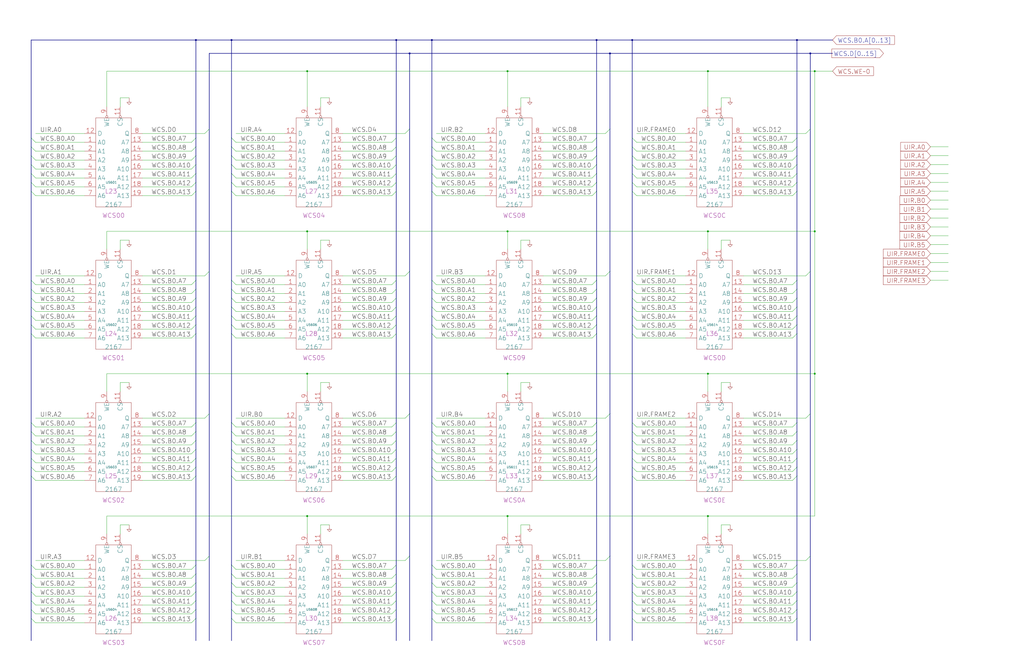
<source format=kicad_sch>
(kicad_sch (version 20230121) (generator eeschema)
  (paper "User" 584.2 378.46)
  (title_block (title "WRITABLE CONTROL STORE\\nWCS BITS 0 TO 15") (date "22-MAR-90") (rev "1.0") (comment 1 "VALUE") (comment 2 "232-003063") (comment 3 "S400") (comment 4 "RELEASED"))
  (junction (at 347.98 30.48))
  (junction (at 403.86 40.64))
  (junction (at 111.76 22.86))
  (junction (at 464.82 132.08))
  (junction (at 403.86 213.36))
  (junction (at 289.56 132.08))
  (junction (at 289.56 213.36))
  (junction (at 226.06 22.86))
  (junction (at 462.28 30.48))
  (junction (at 175.26 40.64))
  (junction (at 289.56 294.64))
  (junction (at 403.86 132.08))
  (junction (at 175.26 213.36))
  (junction (at 403.86 294.64))
  (junction (at 246.38 22.86))
  (junction (at 175.26 294.64))
  (junction (at 289.56 40.64))
  (junction (at 464.82 40.64))
  (junction (at 360.68 22.86))
  (junction (at 132.08 22.86))
  (junction (at 340.36 22.86))
  (junction (at 233.68 30.48))
  (junction (at 464.82 213.36))
  (junction (at 454.66 22.86))
  (junction (at 175.26 132.08))
  (bus_entry (at 111.76 104.14) (size -2.54 2.54))
  (bus_entry (at 17.78 261.62) (size 2.54 2.54))
  (bus_entry (at 17.78 99.06) (size 2.54 2.54))
  (bus_entry (at 360.68 241.3) (size 2.54 2.54))
  (bus_entry (at 17.78 93.98) (size 2.54 2.54))
  (bus_entry (at 454.66 251.46) (size -2.54 2.54))
  (bus_entry (at 360.68 271.78) (size 2.54 2.54))
  (bus_entry (at 111.76 83.82) (size -2.54 2.54))
  (bus_entry (at 17.78 327.66) (size 2.54 2.54))
  (bus_entry (at 132.08 327.66) (size 2.54 2.54))
  (bus_entry (at 226.06 83.82) (size -2.54 2.54))
  (bus_entry (at 111.76 93.98) (size -2.54 2.54))
  (bus_entry (at 111.76 180.34) (size -2.54 2.54))
  (bus_entry (at 111.76 347.98) (size -2.54 2.54))
  (bus_entry (at 454.66 353.06) (size -2.54 2.54))
  (bus_entry (at 246.38 99.06) (size 2.54 2.54))
  (bus_entry (at 360.68 327.66) (size 2.54 2.54))
  (bus_entry (at 246.38 261.62) (size 2.54 2.54))
  (bus_entry (at 454.66 165.1) (size -2.54 2.54))
  (bus_entry (at 17.78 180.34) (size 2.54 2.54))
  (bus_entry (at 132.08 180.34) (size 2.54 2.54))
  (bus_entry (at 226.06 160.02) (size -2.54 2.54))
  (bus_entry (at 246.38 175.26) (size 2.54 2.54))
  (bus_entry (at 454.66 104.14) (size -2.54 2.54))
  (bus_entry (at 17.78 266.7) (size 2.54 2.54))
  (bus_entry (at 246.38 322.58) (size 2.54 2.54))
  (bus_entry (at 454.66 266.7) (size -2.54 2.54))
  (bus_entry (at 454.66 93.98) (size -2.54 2.54))
  (bus_entry (at 111.76 241.3) (size -2.54 2.54))
  (bus_entry (at 462.28 73.66) (size -2.54 2.54))
  (bus_entry (at 111.76 337.82) (size -2.54 2.54))
  (bus_entry (at 17.78 185.42) (size 2.54 2.54))
  (bus_entry (at 340.36 337.82) (size -2.54 2.54))
  (bus_entry (at 454.66 337.82) (size -2.54 2.54))
  (bus_entry (at 454.66 175.26) (size -2.54 2.54))
  (bus_entry (at 226.06 332.74) (size -2.54 2.54))
  (bus_entry (at 132.08 271.78) (size 2.54 2.54))
  (bus_entry (at 454.66 160.02) (size -2.54 2.54))
  (bus_entry (at 246.38 160.02) (size 2.54 2.54))
  (bus_entry (at 360.68 88.9) (size 2.54 2.54))
  (bus_entry (at 347.98 154.94) (size -2.54 2.54))
  (bus_entry (at 111.76 78.74) (size -2.54 2.54))
  (bus_entry (at 111.76 327.66) (size -2.54 2.54))
  (bus_entry (at 17.78 190.5) (size 2.54 2.54))
  (bus_entry (at 226.06 327.66) (size -2.54 2.54))
  (bus_entry (at 17.78 78.74) (size 2.54 2.54))
  (bus_entry (at 340.36 347.98) (size -2.54 2.54))
  (bus_entry (at 226.06 88.9) (size -2.54 2.54))
  (bus_entry (at 132.08 347.98) (size 2.54 2.54))
  (bus_entry (at 226.06 175.26) (size -2.54 2.54))
  (bus_entry (at 454.66 327.66) (size -2.54 2.54))
  (bus_entry (at 360.68 261.62) (size 2.54 2.54))
  (bus_entry (at 360.68 342.9) (size 2.54 2.54))
  (bus_entry (at 111.76 256.54) (size -2.54 2.54))
  (bus_entry (at 111.76 99.06) (size -2.54 2.54))
  (bus_entry (at 340.36 93.98) (size -2.54 2.54))
  (bus_entry (at 360.68 256.54) (size 2.54 2.54))
  (bus_entry (at 454.66 246.38) (size -2.54 2.54))
  (bus_entry (at 226.06 337.82) (size -2.54 2.54))
  (bus_entry (at 111.76 88.9) (size -2.54 2.54))
  (bus_entry (at 360.68 266.7) (size 2.54 2.54))
  (bus_entry (at 246.38 165.1) (size 2.54 2.54))
  (bus_entry (at 111.76 185.42) (size -2.54 2.54))
  (bus_entry (at 340.36 261.62) (size -2.54 2.54))
  (bus_entry (at 246.38 353.06) (size 2.54 2.54))
  (bus_entry (at 17.78 353.06) (size 2.54 2.54))
  (bus_entry (at 360.68 337.82) (size 2.54 2.54))
  (bus_entry (at 17.78 337.82) (size 2.54 2.54))
  (bus_entry (at 132.08 337.82) (size 2.54 2.54))
  (bus_entry (at 360.68 180.34) (size 2.54 2.54))
  (bus_entry (at 226.06 353.06) (size -2.54 2.54))
  (bus_entry (at 454.66 88.9) (size -2.54 2.54))
  (bus_entry (at 111.76 160.02) (size -2.54 2.54))
  (bus_entry (at 111.76 261.62) (size -2.54 2.54))
  (bus_entry (at 360.68 160.02) (size 2.54 2.54))
  (bus_entry (at 17.78 165.1) (size 2.54 2.54))
  (bus_entry (at 360.68 78.74) (size 2.54 2.54))
  (bus_entry (at 226.06 347.98) (size -2.54 2.54))
  (bus_entry (at 246.38 93.98) (size 2.54 2.54))
  (bus_entry (at 132.08 332.74) (size 2.54 2.54))
  (bus_entry (at 454.66 99.06) (size -2.54 2.54))
  (bus_entry (at 226.06 241.3) (size -2.54 2.54))
  (bus_entry (at 340.36 251.46) (size -2.54 2.54))
  (bus_entry (at 17.78 251.46) (size 2.54 2.54))
  (bus_entry (at 17.78 342.9) (size 2.54 2.54))
  (bus_entry (at 17.78 332.74) (size 2.54 2.54))
  (bus_entry (at 340.36 246.38) (size -2.54 2.54))
  (bus_entry (at 111.76 322.58) (size -2.54 2.54))
  (bus_entry (at 360.68 185.42) (size 2.54 2.54))
  (bus_entry (at 17.78 256.54) (size 2.54 2.54))
  (bus_entry (at 340.36 99.06) (size -2.54 2.54))
  (bus_entry (at 454.66 256.54) (size -2.54 2.54))
  (bus_entry (at 454.66 83.82) (size -2.54 2.54))
  (bus_entry (at 17.78 322.58) (size 2.54 2.54))
  (bus_entry (at 347.98 317.5) (size -2.54 2.54))
  (bus_entry (at 454.66 170.18) (size -2.54 2.54))
  (bus_entry (at 360.68 109.22) (size 2.54 2.54))
  (bus_entry (at 111.76 165.1) (size -2.54 2.54))
  (bus_entry (at 340.36 190.5) (size -2.54 2.54))
  (bus_entry (at 340.36 322.58) (size -2.54 2.54))
  (bus_entry (at 246.38 180.34) (size 2.54 2.54))
  (bus_entry (at 226.06 251.46) (size -2.54 2.54))
  (bus_entry (at 226.06 261.62) (size -2.54 2.54))
  (bus_entry (at 111.76 266.7) (size -2.54 2.54))
  (bus_entry (at 233.68 73.66) (size -2.54 2.54))
  (bus_entry (at 226.06 271.78) (size -2.54 2.54))
  (bus_entry (at 17.78 109.22) (size 2.54 2.54))
  (bus_entry (at 340.36 78.74) (size -2.54 2.54))
  (bus_entry (at 246.38 246.38) (size 2.54 2.54))
  (bus_entry (at 454.66 78.74) (size -2.54 2.54))
  (bus_entry (at 340.36 353.06) (size -2.54 2.54))
  (bus_entry (at 111.76 271.78) (size -2.54 2.54))
  (bus_entry (at 360.68 322.58) (size 2.54 2.54))
  (bus_entry (at 360.68 99.06) (size 2.54 2.54))
  (bus_entry (at 17.78 347.98) (size 2.54 2.54))
  (bus_entry (at 246.38 347.98) (size 2.54 2.54))
  (bus_entry (at 246.38 170.18) (size 2.54 2.54))
  (bus_entry (at 226.06 104.14) (size -2.54 2.54))
  (bus_entry (at 226.06 266.7) (size -2.54 2.54))
  (bus_entry (at 226.06 109.22) (size -2.54 2.54))
  (bus_entry (at 233.68 317.5) (size -2.54 2.54))
  (bus_entry (at 132.08 342.9) (size 2.54 2.54))
  (bus_entry (at 111.76 332.74) (size -2.54 2.54))
  (bus_entry (at 226.06 190.5) (size -2.54 2.54))
  (bus_entry (at 360.68 347.98) (size 2.54 2.54))
  (bus_entry (at 226.06 165.1) (size -2.54 2.54))
  (bus_entry (at 360.68 332.74) (size 2.54 2.54))
  (bus_entry (at 246.38 337.82) (size 2.54 2.54))
  (bus_entry (at 226.06 342.9) (size -2.54 2.54))
  (bus_entry (at 132.08 241.3) (size 2.54 2.54))
  (bus_entry (at 246.38 241.3) (size 2.54 2.54))
  (bus_entry (at 119.38 154.94) (size -2.54 2.54))
  (bus_entry (at 340.36 241.3) (size -2.54 2.54))
  (bus_entry (at 246.38 83.82) (size 2.54 2.54))
  (bus_entry (at 246.38 271.78) (size 2.54 2.54))
  (bus_entry (at 462.28 236.22) (size -2.54 2.54))
  (bus_entry (at 226.06 99.06) (size -2.54 2.54))
  (bus_entry (at 340.36 271.78) (size -2.54 2.54))
  (bus_entry (at 233.68 236.22) (size -2.54 2.54))
  (bus_entry (at 119.38 236.22) (size -2.54 2.54))
  (bus_entry (at 246.38 342.9) (size 2.54 2.54))
  (bus_entry (at 246.38 190.5) (size 2.54 2.54))
  (bus_entry (at 132.08 185.42) (size 2.54 2.54))
  (bus_entry (at 111.76 246.38) (size -2.54 2.54))
  (bus_entry (at 360.68 251.46) (size 2.54 2.54))
  (bus_entry (at 246.38 185.42) (size 2.54 2.54))
  (bus_entry (at 347.98 73.66) (size -2.54 2.54))
  (bus_entry (at 132.08 78.74) (size 2.54 2.54))
  (bus_entry (at 132.08 165.1) (size 2.54 2.54))
  (bus_entry (at 17.78 241.3) (size 2.54 2.54))
  (bus_entry (at 226.06 256.54) (size -2.54 2.54))
  (bus_entry (at 132.08 160.02) (size 2.54 2.54))
  (bus_entry (at 17.78 83.82) (size 2.54 2.54))
  (bus_entry (at 360.68 83.82) (size 2.54 2.54))
  (bus_entry (at 340.36 327.66) (size -2.54 2.54))
  (bus_entry (at 340.36 332.74) (size -2.54 2.54))
  (bus_entry (at 246.38 327.66) (size 2.54 2.54))
  (bus_entry (at 246.38 104.14) (size 2.54 2.54))
  (bus_entry (at 111.76 251.46) (size -2.54 2.54))
  (bus_entry (at 111.76 353.06) (size -2.54 2.54))
  (bus_entry (at 132.08 256.54) (size 2.54 2.54))
  (bus_entry (at 17.78 170.18) (size 2.54 2.54))
  (bus_entry (at 454.66 261.62) (size -2.54 2.54))
  (bus_entry (at 226.06 170.18) (size -2.54 2.54))
  (bus_entry (at 246.38 332.74) (size 2.54 2.54))
  (bus_entry (at 340.36 175.26) (size -2.54 2.54))
  (bus_entry (at 119.38 317.5) (size -2.54 2.54))
  (bus_entry (at 132.08 261.62) (size 2.54 2.54))
  (bus_entry (at 360.68 104.14) (size 2.54 2.54))
  (bus_entry (at 226.06 322.58) (size -2.54 2.54))
  (bus_entry (at 132.08 251.46) (size 2.54 2.54))
  (bus_entry (at 454.66 190.5) (size -2.54 2.54))
  (bus_entry (at 340.36 88.9) (size -2.54 2.54))
  (bus_entry (at 454.66 322.58) (size -2.54 2.54))
  (bus_entry (at 340.36 256.54) (size -2.54 2.54))
  (bus_entry (at 360.68 190.5) (size 2.54 2.54))
  (bus_entry (at 340.36 109.22) (size -2.54 2.54))
  (bus_entry (at 246.38 78.74) (size 2.54 2.54))
  (bus_entry (at 454.66 241.3) (size -2.54 2.54))
  (bus_entry (at 340.36 342.9) (size -2.54 2.54))
  (bus_entry (at 347.98 236.22) (size -2.54 2.54))
  (bus_entry (at 17.78 160.02) (size 2.54 2.54))
  (bus_entry (at 132.08 109.22) (size 2.54 2.54))
  (bus_entry (at 226.06 78.74) (size -2.54 2.54))
  (bus_entry (at 119.38 73.66) (size -2.54 2.54))
  (bus_entry (at 340.36 266.7) (size -2.54 2.54))
  (bus_entry (at 132.08 104.14) (size 2.54 2.54))
  (bus_entry (at 132.08 175.26) (size 2.54 2.54))
  (bus_entry (at 233.68 154.94) (size -2.54 2.54))
  (bus_entry (at 111.76 109.22) (size -2.54 2.54))
  (bus_entry (at 226.06 93.98) (size -2.54 2.54))
  (bus_entry (at 360.68 175.26) (size 2.54 2.54))
  (bus_entry (at 360.68 246.38) (size 2.54 2.54))
  (bus_entry (at 360.68 93.98) (size 2.54 2.54))
  (bus_entry (at 340.36 185.42) (size -2.54 2.54))
  (bus_entry (at 340.36 104.14) (size -2.54 2.54))
  (bus_entry (at 462.28 154.94) (size -2.54 2.54))
  (bus_entry (at 111.76 342.9) (size -2.54 2.54))
  (bus_entry (at 454.66 271.78) (size -2.54 2.54))
  (bus_entry (at 132.08 322.58) (size 2.54 2.54))
  (bus_entry (at 132.08 99.06) (size 2.54 2.54))
  (bus_entry (at 454.66 332.74) (size -2.54 2.54))
  (bus_entry (at 340.36 165.1) (size -2.54 2.54))
  (bus_entry (at 132.08 190.5) (size 2.54 2.54))
  (bus_entry (at 360.68 353.06) (size 2.54 2.54))
  (bus_entry (at 111.76 190.5) (size -2.54 2.54))
  (bus_entry (at 454.66 185.42) (size -2.54 2.54))
  (bus_entry (at 17.78 88.9) (size 2.54 2.54))
  (bus_entry (at 454.66 180.34) (size -2.54 2.54))
  (bus_entry (at 246.38 88.9) (size 2.54 2.54))
  (bus_entry (at 246.38 266.7) (size 2.54 2.54))
  (bus_entry (at 17.78 271.78) (size 2.54 2.54))
  (bus_entry (at 111.76 175.26) (size -2.54 2.54))
  (bus_entry (at 132.08 93.98) (size 2.54 2.54))
  (bus_entry (at 340.36 180.34) (size -2.54 2.54))
  (bus_entry (at 132.08 266.7) (size 2.54 2.54))
  (bus_entry (at 454.66 109.22) (size -2.54 2.54))
  (bus_entry (at 246.38 109.22) (size 2.54 2.54))
  (bus_entry (at 340.36 160.02) (size -2.54 2.54))
  (bus_entry (at 340.36 170.18) (size -2.54 2.54))
  (bus_entry (at 360.68 165.1) (size 2.54 2.54))
  (bus_entry (at 360.68 170.18) (size 2.54 2.54))
  (bus_entry (at 226.06 180.34) (size -2.54 2.54))
  (bus_entry (at 111.76 170.18) (size -2.54 2.54))
  (bus_entry (at 132.08 88.9) (size 2.54 2.54))
  (bus_entry (at 454.66 342.9) (size -2.54 2.54))
  (bus_entry (at 462.28 317.5) (size -2.54 2.54))
  (bus_entry (at 454.66 347.98) (size -2.54 2.54))
  (bus_entry (at 132.08 170.18) (size 2.54 2.54))
  (bus_entry (at 246.38 251.46) (size 2.54 2.54))
  (bus_entry (at 132.08 353.06) (size 2.54 2.54))
  (bus_entry (at 132.08 83.82) (size 2.54 2.54))
  (bus_entry (at 132.08 246.38) (size 2.54 2.54))
  (bus_entry (at 340.36 83.82) (size -2.54 2.54))
  (bus_entry (at 17.78 104.14) (size 2.54 2.54))
  (bus_entry (at 246.38 256.54) (size 2.54 2.54))
  (bus_entry (at 17.78 175.26) (size 2.54 2.54))
  (bus_entry (at 226.06 185.42) (size -2.54 2.54))
  (bus_entry (at 17.78 246.38) (size 2.54 2.54))
  (bus_entry (at 226.06 246.38) (size -2.54 2.54))
  (wire (pts (xy 195.58 325.12) (xy 223.52 325.12)))
  (wire (pts (xy 134.62 254) (xy 162.56 254)))
  (bus (pts (xy 340.36 337.82) (xy 340.36 342.9)))
  (wire (pts (xy 134.62 350.52) (xy 162.56 350.52)))
  (bus (pts (xy 17.78 185.42) (xy 17.78 190.5)))
  (wire (pts (xy 530.86 154.94) (xy 541.02 154.94)))
  (bus (pts (xy 360.68 337.82) (xy 360.68 342.9)))
  (wire (pts (xy 424.18 187.96) (xy 452.12 187.96)))
  (bus (pts (xy 17.78 22.86) (xy 17.78 78.74)))
  (bus (pts (xy 111.76 342.9) (xy 111.76 347.98)))
  (wire (pts (xy 424.18 259.08) (xy 452.12 259.08)))
  (bus (pts (xy 132.08 22.86) (xy 132.08 78.74)))
  (bus (pts (xy 454.66 185.42) (xy 454.66 190.5)))
  (bus (pts (xy 111.76 175.26) (xy 111.76 180.34)))
  (bus (pts (xy 111.76 165.1) (xy 111.76 170.18)))
  (wire (pts (xy 195.58 81.28) (xy 223.52 81.28)))
  (bus (pts (xy 132.08 93.98) (xy 132.08 99.06)))
  (wire (pts (xy 175.26 213.36) (xy 175.26 223.52)))
  (bus (pts (xy 360.68 104.14) (xy 360.68 109.22)))
  (wire (pts (xy 81.28 350.52) (xy 109.22 350.52)))
  (bus (pts (xy 246.38 266.7) (xy 246.38 271.78)))
  (wire (pts (xy 248.92 355.6) (xy 276.86 355.6)))
  (wire (pts (xy 424.18 162.56) (xy 452.12 162.56)))
  (wire (pts (xy 248.92 345.44) (xy 276.86 345.44)))
  (bus (pts (xy 360.68 78.74) (xy 360.68 83.82)))
  (bus (pts (xy 17.78 78.74) (xy 17.78 83.82)))
  (bus (pts (xy 226.06 83.82) (xy 226.06 88.9)))
  (wire (pts (xy 134.62 106.68) (xy 162.56 106.68)))
  (wire (pts (xy 81.28 101.6) (xy 109.22 101.6)))
  (wire (pts (xy 81.28 274.32) (xy 109.22 274.32)))
  (wire (pts (xy 134.62 259.08) (xy 162.56 259.08)))
  (wire (pts (xy 195.58 274.32) (xy 223.52 274.32)))
  (wire (pts (xy 134.62 167.64) (xy 162.56 167.64)))
  (bus (pts (xy 132.08 22.86) (xy 226.06 22.86)))
  (wire (pts (xy 363.22 193.04) (xy 391.16 193.04)))
  (wire (pts (xy 309.88 259.08) (xy 337.82 259.08)))
  (bus (pts (xy 111.76 22.86) (xy 111.76 78.74)))
  (bus (pts (xy 454.66 347.98) (xy 454.66 353.06)))
  (wire (pts (xy 411.48 137.16) (xy 411.48 142.24)))
  (wire (pts (xy 195.58 330.2) (xy 223.52 330.2)))
  (bus (pts (xy 360.68 322.58) (xy 360.68 327.66)))
  (bus (pts (xy 360.68 246.38) (xy 360.68 251.46)))
  (wire (pts (xy 81.28 238.76) (xy 116.84 238.76)))
  (wire (pts (xy 182.88 218.44) (xy 182.88 223.52)))
  (bus (pts (xy 17.78 332.74) (xy 17.78 337.82)))
  (bus (pts (xy 111.76 83.82) (xy 111.76 88.9)))
  (wire (pts (xy 248.92 248.92) (xy 276.86 248.92)))
  (wire (pts (xy 424.18 325.12) (xy 452.12 325.12)))
  (bus (pts (xy 454.66 22.86) (xy 474.98 22.86)))
  (bus (pts (xy 454.66 353.06) (xy 454.66 365.76)))
  (bus (pts (xy 17.78 22.86) (xy 111.76 22.86)))
  (bus (pts (xy 132.08 261.62) (xy 132.08 266.7)))
  (wire (pts (xy 187.96 218.44) (xy 182.88 218.44)))
  (wire (pts (xy 20.32 111.76) (xy 48.26 111.76)))
  (bus (pts (xy 233.68 236.22) (xy 233.68 317.5)))
  (wire (pts (xy 81.28 325.12) (xy 109.22 325.12)))
  (wire (pts (xy 363.22 91.44) (xy 391.16 91.44)))
  (wire (pts (xy 175.26 132.08) (xy 289.56 132.08)))
  (bus (pts (xy 17.78 104.14) (xy 17.78 109.22)))
  (wire (pts (xy 20.32 106.68) (xy 48.26 106.68)))
  (bus (pts (xy 454.66 261.62) (xy 454.66 266.7)))
  (wire (pts (xy 464.82 294.64) (xy 403.86 294.64)))
  (wire (pts (xy 20.32 162.56) (xy 48.26 162.56)))
  (wire (pts (xy 309.88 91.44) (xy 337.82 91.44)))
  (bus (pts (xy 246.38 109.22) (xy 246.38 160.02)))
  (wire (pts (xy 416.56 299.72) (xy 411.48 299.72)))
  (wire (pts (xy 20.32 269.24) (xy 48.26 269.24)))
  (wire (pts (xy 81.28 111.76) (xy 109.22 111.76)))
  (bus (pts (xy 340.36 180.34) (xy 340.36 185.42)))
  (bus (pts (xy 226.06 190.5) (xy 226.06 241.3)))
  (wire (pts (xy 81.28 182.88) (xy 109.22 182.88)))
  (wire (pts (xy 309.88 193.04) (xy 337.82 193.04)))
  (bus (pts (xy 226.06 256.54) (xy 226.06 261.62)))
  (wire (pts (xy 424.18 345.44) (xy 452.12 345.44)))
  (wire (pts (xy 81.28 254) (xy 109.22 254)))
  (wire (pts (xy 248.92 320.04) (xy 276.86 320.04)))
  (bus (pts (xy 246.38 170.18) (xy 246.38 175.26)))
  (wire (pts (xy 309.88 335.28) (xy 337.82 335.28)))
  (wire (pts (xy 81.28 264.16) (xy 109.22 264.16)))
  (bus (pts (xy 340.36 322.58) (xy 340.36 327.66)))
  (bus (pts (xy 340.36 342.9) (xy 340.36 347.98)))
  (bus (pts (xy 454.66 175.26) (xy 454.66 180.34)))
  (wire (pts (xy 195.58 182.88) (xy 223.52 182.88)))
  (bus (pts (xy 360.68 83.82) (xy 360.68 88.9)))
  (wire (pts (xy 363.22 350.52) (xy 391.16 350.52)))
  (bus (pts (xy 360.68 190.5) (xy 360.68 241.3)))
  (bus (pts (xy 111.76 347.98) (xy 111.76 353.06)))
  (bus (pts (xy 111.76 78.74) (xy 111.76 83.82)))
  (wire (pts (xy 134.62 325.12) (xy 162.56 325.12)))
  (wire (pts (xy 297.18 137.16) (xy 297.18 142.24)))
  (wire (pts (xy 81.28 345.44) (xy 109.22 345.44)))
  (wire (pts (xy 309.88 238.76) (xy 345.44 238.76)))
  (bus (pts (xy 111.76 337.82) (xy 111.76 342.9)))
  (wire (pts (xy 403.86 213.36) (xy 403.86 223.52)))
  (bus (pts (xy 132.08 190.5) (xy 132.08 241.3)))
  (wire (pts (xy 195.58 106.68) (xy 223.52 106.68)))
  (wire (pts (xy 363.22 157.48) (xy 391.16 157.48)))
  (wire (pts (xy 289.56 40.64) (xy 289.56 60.96)))
  (bus (pts (xy 119.38 317.5) (xy 119.38 365.76)))
  (bus (pts (xy 340.36 22.86) (xy 360.68 22.86)))
  (wire (pts (xy 424.18 167.64) (xy 452.12 167.64)))
  (wire (pts (xy 195.58 335.28) (xy 223.52 335.28)))
  (wire (pts (xy 309.88 96.52) (xy 337.82 96.52)))
  (bus (pts (xy 454.66 83.82) (xy 454.66 88.9)))
  (bus (pts (xy 226.06 99.06) (xy 226.06 104.14)))
  (wire (pts (xy 60.96 40.64) (xy 175.26 40.64)))
  (wire (pts (xy 424.18 81.28) (xy 452.12 81.28)))
  (bus (pts (xy 360.68 327.66) (xy 360.68 332.74)))
  (bus (pts (xy 226.06 271.78) (xy 226.06 322.58)))
  (wire (pts (xy 530.86 134.62) (xy 541.02 134.62)))
  (wire (pts (xy 20.32 167.64) (xy 48.26 167.64)))
  (bus (pts (xy 360.68 99.06) (xy 360.68 104.14)))
  (bus (pts (xy 246.38 246.38) (xy 246.38 251.46)))
  (wire (pts (xy 309.88 340.36) (xy 337.82 340.36)))
  (wire (pts (xy 309.88 111.76) (xy 337.82 111.76)))
  (wire (pts (xy 81.28 355.6) (xy 109.22 355.6)))
  (bus (pts (xy 340.36 93.98) (xy 340.36 99.06)))
  (wire (pts (xy 81.28 167.64) (xy 109.22 167.64)))
  (wire (pts (xy 20.32 182.88) (xy 48.26 182.88)))
  (wire (pts (xy 424.18 182.88) (xy 452.12 182.88)))
  (bus (pts (xy 454.66 99.06) (xy 454.66 104.14)))
  (wire (pts (xy 363.22 248.92) (xy 391.16 248.92)))
  (bus (pts (xy 111.76 322.58) (xy 111.76 327.66)))
  (wire (pts (xy 424.18 177.8) (xy 452.12 177.8)))
  (wire (pts (xy 309.88 101.6) (xy 337.82 101.6)))
  (wire (pts (xy 530.86 129.54) (xy 541.02 129.54)))
  (bus (pts (xy 462.28 317.5) (xy 462.28 365.76)))
  (wire (pts (xy 248.92 187.96) (xy 276.86 187.96)))
  (bus (pts (xy 132.08 347.98) (xy 132.08 353.06)))
  (wire (pts (xy 81.28 86.36) (xy 109.22 86.36)))
  (wire (pts (xy 363.22 81.28) (xy 391.16 81.28)))
  (wire (pts (xy 248.92 330.2) (xy 276.86 330.2)))
  (bus (pts (xy 454.66 109.22) (xy 454.66 160.02)))
  (wire (pts (xy 195.58 355.6) (xy 223.52 355.6)))
  (wire (pts (xy 20.32 81.28) (xy 48.26 81.28)))
  (wire (pts (xy 182.88 299.72) (xy 182.88 304.8)))
  (wire (pts (xy 134.62 172.72) (xy 162.56 172.72)))
  (bus (pts (xy 246.38 327.66) (xy 246.38 332.74)))
  (bus (pts (xy 17.78 322.58) (xy 17.78 327.66)))
  (wire (pts (xy 81.28 335.28) (xy 109.22 335.28)))
  (bus (pts (xy 360.68 271.78) (xy 360.68 322.58)))
  (bus (pts (xy 454.66 256.54) (xy 454.66 261.62)))
  (bus (pts (xy 226.06 327.66) (xy 226.06 332.74)))
  (bus (pts (xy 360.68 88.9) (xy 360.68 93.98)))
  (bus (pts (xy 360.68 256.54) (xy 360.68 261.62)))
  (wire (pts (xy 68.58 299.72) (xy 68.58 304.8)))
  (wire (pts (xy 424.18 340.36) (xy 452.12 340.36)))
  (bus (pts (xy 17.78 337.82) (xy 17.78 342.9)))
  (bus (pts (xy 246.38 337.82) (xy 246.38 342.9)))
  (wire (pts (xy 195.58 91.44) (xy 223.52 91.44)))
  (bus (pts (xy 226.06 93.98) (xy 226.06 99.06)))
  (wire (pts (xy 403.86 132.08) (xy 464.82 132.08)))
  (wire (pts (xy 187.96 55.88) (xy 182.88 55.88)))
  (bus (pts (xy 226.06 78.74) (xy 226.06 83.82)))
  (wire (pts (xy 297.18 55.88) (xy 297.18 60.96)))
  (wire (pts (xy 309.88 320.04) (xy 345.44 320.04)))
  (wire (pts (xy 424.18 86.36) (xy 452.12 86.36)))
  (bus (pts (xy 246.38 261.62) (xy 246.38 266.7)))
  (wire (pts (xy 134.62 182.88) (xy 162.56 182.88)))
  (bus (pts (xy 233.68 317.5) (xy 233.68 365.76)))
  (bus (pts (xy 17.78 175.26) (xy 17.78 180.34)))
  (wire (pts (xy 363.22 345.44) (xy 391.16 345.44)))
  (wire (pts (xy 20.32 335.28) (xy 48.26 335.28)))
  (wire (pts (xy 81.28 157.48) (xy 116.84 157.48)))
  (wire (pts (xy 248.92 254) (xy 276.86 254)))
  (bus (pts (xy 226.06 22.86) (xy 246.38 22.86)))
  (wire (pts (xy 424.18 274.32) (xy 452.12 274.32)))
  (wire (pts (xy 363.22 101.6) (xy 391.16 101.6)))
  (bus (pts (xy 226.06 175.26) (xy 226.06 180.34)))
  (bus (pts (xy 132.08 322.58) (xy 132.08 327.66)))
  (wire (pts (xy 309.88 345.44) (xy 337.82 345.44)))
  (bus (pts (xy 17.78 83.82) (xy 17.78 88.9)))
  (wire (pts (xy 309.88 269.24) (xy 337.82 269.24)))
  (wire (pts (xy 302.26 137.16) (xy 297.18 137.16)))
  (bus (pts (xy 454.66 342.9) (xy 454.66 347.98)))
  (bus (pts (xy 17.78 251.46) (xy 17.78 256.54)))
  (wire (pts (xy 363.22 76.2) (xy 391.16 76.2)))
  (wire (pts (xy 424.18 335.28) (xy 452.12 335.28)))
  (bus (pts (xy 246.38 347.98) (xy 246.38 353.06)))
  (wire (pts (xy 195.58 259.08) (xy 223.52 259.08)))
  (wire (pts (xy 363.22 172.72) (xy 391.16 172.72)))
  (wire (pts (xy 195.58 269.24) (xy 223.52 269.24)))
  (wire (pts (xy 20.32 243.84) (xy 48.26 243.84)))
  (wire (pts (xy 424.18 91.44) (xy 452.12 91.44)))
  (wire (pts (xy 309.88 162.56) (xy 337.82 162.56)))
  (wire (pts (xy 530.86 139.7) (xy 541.02 139.7)))
  (wire (pts (xy 195.58 187.96) (xy 223.52 187.96)))
  (wire (pts (xy 363.22 340.36) (xy 391.16 340.36)))
  (bus (pts (xy 17.78 88.9) (xy 17.78 93.98)))
  (wire (pts (xy 175.26 294.64) (xy 175.26 304.8)))
  (bus (pts (xy 226.06 160.02) (xy 226.06 165.1)))
  (wire (pts (xy 81.28 81.28) (xy 109.22 81.28)))
  (wire (pts (xy 309.88 355.6) (xy 337.82 355.6)))
  (wire (pts (xy 195.58 162.56) (xy 223.52 162.56)))
  (wire (pts (xy 289.56 132.08) (xy 403.86 132.08)))
  (wire (pts (xy 309.88 172.72) (xy 337.82 172.72)))
  (bus (pts (xy 340.36 99.06) (xy 340.36 104.14)))
  (bus (pts (xy 246.38 180.34) (xy 246.38 185.42)))
  (wire (pts (xy 73.66 218.44) (xy 68.58 218.44)))
  (wire (pts (xy 81.28 243.84) (xy 109.22 243.84)))
  (bus (pts (xy 226.06 353.06) (xy 226.06 365.76)))
  (bus (pts (xy 360.68 251.46) (xy 360.68 256.54)))
  (bus (pts (xy 360.68 347.98) (xy 360.68 353.06)))
  (wire (pts (xy 134.62 330.2) (xy 162.56 330.2)))
  (bus (pts (xy 132.08 78.74) (xy 132.08 83.82)))
  (wire (pts (xy 309.88 350.52) (xy 337.82 350.52)))
  (wire (pts (xy 248.92 243.84) (xy 276.86 243.84)))
  (wire (pts (xy 187.96 137.16) (xy 182.88 137.16)))
  (bus (pts (xy 132.08 342.9) (xy 132.08 347.98)))
  (bus (pts (xy 246.38 160.02) (xy 246.38 165.1)))
  (bus (pts (xy 360.68 165.1) (xy 360.68 170.18)))
  (wire (pts (xy 81.28 172.72) (xy 109.22 172.72)))
  (wire (pts (xy 81.28 340.36) (xy 109.22 340.36)))
  (bus (pts (xy 454.66 160.02) (xy 454.66 165.1)))
  (bus (pts (xy 340.36 165.1) (xy 340.36 170.18)))
  (wire (pts (xy 195.58 350.52) (xy 223.52 350.52)))
  (bus (pts (xy 226.06 104.14) (xy 226.06 109.22)))
  (wire (pts (xy 175.26 213.36) (xy 289.56 213.36)))
  (wire (pts (xy 20.32 248.92) (xy 48.26 248.92)))
  (wire (pts (xy 175.26 40.64) (xy 289.56 40.64)))
  (bus (pts (xy 246.38 332.74) (xy 246.38 337.82)))
  (bus (pts (xy 111.76 271.78) (xy 111.76 322.58)))
  (bus (pts (xy 132.08 241.3) (xy 132.08 246.38)))
  (wire (pts (xy 530.86 160.02) (xy 541.02 160.02)))
  (wire (pts (xy 134.62 162.56) (xy 162.56 162.56)))
  (bus (pts (xy 454.66 337.82) (xy 454.66 342.9)))
  (bus (pts (xy 17.78 347.98) (xy 17.78 353.06)))
  (wire (pts (xy 81.28 96.52) (xy 109.22 96.52)))
  (wire (pts (xy 134.62 91.44) (xy 162.56 91.44)))
  (wire (pts (xy 20.32 193.04) (xy 48.26 193.04)))
  (wire (pts (xy 530.86 99.06) (xy 541.02 99.06)))
  (bus (pts (xy 340.36 246.38) (xy 340.36 251.46)))
  (bus (pts (xy 340.36 83.82) (xy 340.36 88.9)))
  (bus (pts (xy 119.38 73.66) (xy 119.38 154.94)))
  (bus (pts (xy 226.06 332.74) (xy 226.06 337.82)))
  (wire (pts (xy 195.58 254) (xy 223.52 254)))
  (wire (pts (xy 20.32 101.6) (xy 48.26 101.6)))
  (bus (pts (xy 17.78 266.7) (xy 17.78 271.78)))
  (wire (pts (xy 134.62 187.96) (xy 162.56 187.96)))
  (wire (pts (xy 134.62 248.92) (xy 162.56 248.92)))
  (bus (pts (xy 226.06 266.7) (xy 226.06 271.78)))
  (wire (pts (xy 363.22 335.28) (xy 391.16 335.28)))
  (bus (pts (xy 17.78 353.06) (xy 17.78 365.76)))
  (wire (pts (xy 530.86 124.46) (xy 541.02 124.46)))
  (wire (pts (xy 424.18 350.52) (xy 452.12 350.52)))
  (bus (pts (xy 119.38 236.22) (xy 119.38 317.5)))
  (wire (pts (xy 81.28 193.04) (xy 109.22 193.04)))
  (bus (pts (xy 340.36 332.74) (xy 340.36 337.82)))
  (wire (pts (xy 416.56 218.44) (xy 411.48 218.44)))
  (bus (pts (xy 111.76 160.02) (xy 111.76 165.1)))
  (wire (pts (xy 68.58 55.88) (xy 68.58 60.96)))
  (wire (pts (xy 403.86 294.64) (xy 289.56 294.64)))
  (bus (pts (xy 246.38 271.78) (xy 246.38 322.58)))
  (bus (pts (xy 454.66 322.58) (xy 454.66 327.66)))
  (bus (pts (xy 17.78 246.38) (xy 17.78 251.46)))
  (wire (pts (xy 195.58 101.6) (xy 223.52 101.6)))
  (bus (pts (xy 119.38 30.48) (xy 119.38 73.66)))
  (bus (pts (xy 246.38 83.82) (xy 246.38 88.9)))
  (bus (pts (xy 132.08 175.26) (xy 132.08 180.34)))
  (bus (pts (xy 340.36 78.74) (xy 340.36 83.82)))
  (bus (pts (xy 360.68 22.86) (xy 454.66 22.86)))
  (wire (pts (xy 530.86 144.78) (xy 541.02 144.78)))
  (wire (pts (xy 424.18 172.72) (xy 452.12 172.72)))
  (wire (pts (xy 530.86 114.3) (xy 541.02 114.3)))
  (bus (pts (xy 340.36 266.7) (xy 340.36 271.78)))
  (bus (pts (xy 360.68 160.02) (xy 360.68 165.1)))
  (bus (pts (xy 132.08 180.34) (xy 132.08 185.42)))
  (wire (pts (xy 411.48 55.88) (xy 411.48 60.96)))
  (bus (pts (xy 111.76 99.06) (xy 111.76 104.14)))
  (bus (pts (xy 111.76 246.38) (xy 111.76 251.46)))
  (bus (pts (xy 340.36 256.54) (xy 340.36 261.62)))
  (wire (pts (xy 403.86 40.64) (xy 403.86 60.96)))
  (wire (pts (xy 530.86 83.82) (xy 541.02 83.82)))
  (wire (pts (xy 416.56 137.16) (xy 411.48 137.16)))
  (wire (pts (xy 195.58 264.16) (xy 223.52 264.16)))
  (bus (pts (xy 246.38 104.14) (xy 246.38 109.22)))
  (wire (pts (xy 195.58 345.44) (xy 223.52 345.44)))
  (wire (pts (xy 248.92 106.68) (xy 276.86 106.68)))
  (wire (pts (xy 289.56 132.08) (xy 289.56 142.24)))
  (bus (pts (xy 233.68 154.94) (xy 233.68 236.22)))
  (wire (pts (xy 175.26 132.08) (xy 175.26 142.24)))
  (bus (pts (xy 340.36 271.78) (xy 340.36 322.58)))
  (wire (pts (xy 195.58 76.2) (xy 231.14 76.2)))
  (wire (pts (xy 289.56 40.64) (xy 403.86 40.64)))
  (bus (pts (xy 111.76 241.3) (xy 111.76 246.38)))
  (bus (pts (xy 17.78 170.18) (xy 17.78 175.26)))
  (bus (pts (xy 226.06 109.22) (xy 226.06 160.02)))
  (wire (pts (xy 411.48 218.44) (xy 411.48 223.52)))
  (wire (pts (xy 424.18 106.68) (xy 452.12 106.68)))
  (wire (pts (xy 20.32 350.52) (xy 48.26 350.52)))
  (wire (pts (xy 297.18 218.44) (xy 297.18 223.52)))
  (wire (pts (xy 195.58 172.72) (xy 223.52 172.72)))
  (bus (pts (xy 226.06 342.9) (xy 226.06 347.98)))
  (bus (pts (xy 111.76 190.5) (xy 111.76 241.3)))
  (wire (pts (xy 289.56 213.36) (xy 403.86 213.36)))
  (bus (pts (xy 111.76 170.18) (xy 111.76 175.26)))
  (bus (pts (xy 132.08 353.06) (xy 132.08 365.76)))
  (wire (pts (xy 195.58 193.04) (xy 223.52 193.04)))
  (bus (pts (xy 233.68 73.66) (xy 233.68 154.94)))
  (bus (pts (xy 340.36 88.9) (xy 340.36 93.98)))
  (bus (pts (xy 246.38 175.26) (xy 246.38 180.34)))
  (bus (pts (xy 360.68 93.98) (xy 360.68 99.06)))
  (wire (pts (xy 248.92 157.48) (xy 276.86 157.48)))
  (wire (pts (xy 20.32 345.44) (xy 48.26 345.44)))
  (bus (pts (xy 454.66 78.74) (xy 454.66 83.82)))
  (wire (pts (xy 248.92 86.36) (xy 276.86 86.36)))
  (bus (pts (xy 17.78 190.5) (xy 17.78 241.3)))
  (wire (pts (xy 309.88 167.64) (xy 337.82 167.64)))
  (bus (pts (xy 360.68 180.34) (xy 360.68 185.42)))
  (wire (pts (xy 309.88 264.16) (xy 337.82 264.16)))
  (wire (pts (xy 309.88 330.2) (xy 337.82 330.2)))
  (wire (pts (xy 182.88 55.88) (xy 182.88 60.96)))
  (wire (pts (xy 195.58 248.92) (xy 223.52 248.92)))
  (wire (pts (xy 20.32 96.52) (xy 48.26 96.52)))
  (bus (pts (xy 454.66 180.34) (xy 454.66 185.42)))
  (wire (pts (xy 195.58 86.36) (xy 223.52 86.36)))
  (wire (pts (xy 424.18 264.16) (xy 452.12 264.16)))
  (wire (pts (xy 403.86 294.64) (xy 403.86 304.8)))
  (bus (pts (xy 132.08 165.1) (xy 132.08 170.18)))
  (wire (pts (xy 68.58 218.44) (xy 68.58 223.52)))
  (wire (pts (xy 20.32 355.6) (xy 48.26 355.6)))
  (wire (pts (xy 195.58 157.48) (xy 231.14 157.48)))
  (wire (pts (xy 248.92 182.88) (xy 276.86 182.88)))
  (bus (pts (xy 347.98 30.48) (xy 347.98 73.66)))
  (wire (pts (xy 424.18 111.76) (xy 452.12 111.76)))
  (wire (pts (xy 20.32 254) (xy 48.26 254)))
  (bus (pts (xy 246.38 342.9) (xy 246.38 347.98)))
  (bus (pts (xy 340.36 190.5) (xy 340.36 241.3)))
  (bus (pts (xy 132.08 160.02) (xy 132.08 165.1)))
  (wire (pts (xy 134.62 193.04) (xy 162.56 193.04)))
  (wire (pts (xy 195.58 167.64) (xy 223.52 167.64)))
  (bus (pts (xy 226.06 88.9) (xy 226.06 93.98)))
  (wire (pts (xy 81.28 259.08) (xy 109.22 259.08)))
  (wire (pts (xy 424.18 157.48) (xy 459.74 157.48)))
  (bus (pts (xy 454.66 93.98) (xy 454.66 99.06)))
  (wire (pts (xy 81.28 106.68) (xy 109.22 106.68)))
  (bus (pts (xy 226.06 261.62) (xy 226.06 266.7)))
  (wire (pts (xy 195.58 320.04) (xy 231.14 320.04)))
  (wire (pts (xy 464.82 40.64) (xy 464.82 132.08)))
  (bus (pts (xy 132.08 88.9) (xy 132.08 93.98)))
  (wire (pts (xy 20.32 91.44) (xy 48.26 91.44)))
  (wire (pts (xy 134.62 355.6) (xy 162.56 355.6)))
  (bus (pts (xy 360.68 170.18) (xy 360.68 175.26)))
  (wire (pts (xy 248.92 193.04) (xy 276.86 193.04)))
  (bus (pts (xy 246.38 190.5) (xy 246.38 241.3)))
  (bus (pts (xy 454.66 332.74) (xy 454.66 337.82)))
  (wire (pts (xy 20.32 259.08) (xy 48.26 259.08)))
  (wire (pts (xy 81.28 91.44) (xy 109.22 91.44)))
  (bus (pts (xy 132.08 256.54) (xy 132.08 261.62)))
  (bus (pts (xy 340.36 347.98) (xy 340.36 353.06)))
  (wire (pts (xy 81.28 269.24) (xy 109.22 269.24)))
  (bus (pts (xy 347.98 317.5) (xy 347.98 365.76)))
  (bus (pts (xy 246.38 256.54) (xy 246.38 261.62)))
  (wire (pts (xy 363.22 238.76) (xy 391.16 238.76)))
  (bus (pts (xy 340.36 160.02) (xy 340.36 165.1)))
  (bus (pts (xy 462.28 30.48) (xy 462.28 73.66)))
  (wire (pts (xy 20.32 238.76) (xy 48.26 238.76)))
  (wire (pts (xy 248.92 76.2) (xy 276.86 76.2)))
  (bus (pts (xy 17.78 342.9) (xy 17.78 347.98)))
  (bus (pts (xy 454.66 327.66) (xy 454.66 332.74)))
  (bus (pts (xy 454.66 170.18) (xy 454.66 175.26)))
  (wire (pts (xy 134.62 264.16) (xy 162.56 264.16)))
  (bus (pts (xy 17.78 271.78) (xy 17.78 322.58)))
  (wire (pts (xy 309.88 177.8) (xy 337.82 177.8)))
  (wire (pts (xy 248.92 269.24) (xy 276.86 269.24)))
  (wire (pts (xy 248.92 340.36) (xy 276.86 340.36)))
  (bus (pts (xy 360.68 342.9) (xy 360.68 347.98)))
  (wire (pts (xy 363.22 182.88) (xy 391.16 182.88)))
  (wire (pts (xy 424.18 254) (xy 452.12 254)))
  (wire (pts (xy 363.22 187.96) (xy 391.16 187.96)))
  (wire (pts (xy 248.92 350.52) (xy 276.86 350.52)))
  (bus (pts (xy 132.08 337.82) (xy 132.08 342.9)))
  (wire (pts (xy 424.18 269.24) (xy 452.12 269.24)))
  (wire (pts (xy 289.56 294.64) (xy 289.56 304.8)))
  (bus (pts (xy 360.68 109.22) (xy 360.68 160.02)))
  (bus (pts (xy 17.78 327.66) (xy 17.78 332.74)))
  (wire (pts (xy 403.86 132.08) (xy 403.86 142.24)))
  (wire (pts (xy 363.22 355.6) (xy 391.16 355.6)))
  (wire (pts (xy 248.92 81.28) (xy 276.86 81.28)))
  (bus (pts (xy 119.38 154.94) (xy 119.38 236.22)))
  (wire (pts (xy 363.22 162.56) (xy 391.16 162.56)))
  (wire (pts (xy 302.26 218.44) (xy 297.18 218.44)))
  (bus (pts (xy 462.28 154.94) (xy 462.28 236.22)))
  (wire (pts (xy 530.86 93.98) (xy 541.02 93.98)))
  (wire (pts (xy 363.22 167.64) (xy 391.16 167.64)))
  (wire (pts (xy 248.92 325.12) (xy 276.86 325.12)))
  (wire (pts (xy 297.18 299.72) (xy 297.18 304.8)))
  (wire (pts (xy 424.18 238.76) (xy 459.74 238.76)))
  (bus (pts (xy 111.76 327.66) (xy 111.76 332.74)))
  (bus (pts (xy 347.98 154.94) (xy 347.98 236.22)))
  (bus (pts (xy 17.78 160.02) (xy 17.78 165.1)))
  (bus (pts (xy 340.36 185.42) (xy 340.36 190.5)))
  (wire (pts (xy 134.62 76.2) (xy 162.56 76.2)))
  (wire (pts (xy 363.22 325.12) (xy 391.16 325.12)))
  (bus (pts (xy 246.38 93.98) (xy 246.38 99.06)))
  (wire (pts (xy 309.88 248.92) (xy 337.82 248.92)))
  (bus (pts (xy 454.66 246.38) (xy 454.66 251.46)))
  (bus (pts (xy 226.06 337.82) (xy 226.06 342.9)))
  (wire (pts (xy 81.28 320.04) (xy 116.84 320.04)))
  (bus (pts (xy 17.78 165.1) (xy 17.78 170.18)))
  (wire (pts (xy 60.96 40.64) (xy 60.96 60.96)))
  (bus (pts (xy 360.68 185.42) (xy 360.68 190.5)))
  (wire (pts (xy 60.96 132.08) (xy 60.96 142.24)))
  (wire (pts (xy 530.86 88.9) (xy 541.02 88.9)))
  (bus (pts (xy 454.66 251.46) (xy 454.66 256.54)))
  (wire (pts (xy 134.62 320.04) (xy 162.56 320.04)))
  (bus (pts (xy 226.06 241.3) (xy 226.06 246.38)))
  (bus (pts (xy 462.28 30.48) (xy 474.98 30.48)))
  (bus (pts (xy 111.76 353.06) (xy 111.76 365.76)))
  (wire (pts (xy 195.58 96.52) (xy 223.52 96.52)))
  (wire (pts (xy 134.62 111.76) (xy 162.56 111.76)))
  (wire (pts (xy 81.28 248.92) (xy 109.22 248.92)))
  (wire (pts (xy 20.32 172.72) (xy 48.26 172.72)))
  (bus (pts (xy 454.66 190.5) (xy 454.66 241.3)))
  (bus (pts (xy 340.36 175.26) (xy 340.36 180.34)))
  (wire (pts (xy 195.58 238.76) (xy 231.14 238.76)))
  (bus (pts (xy 132.08 332.74) (xy 132.08 337.82)))
  (bus (pts (xy 360.68 241.3) (xy 360.68 246.38)))
  (wire (pts (xy 20.32 157.48) (xy 48.26 157.48)))
  (bus (pts (xy 111.76 266.7) (xy 111.76 271.78)))
  (bus (pts (xy 246.38 353.06) (xy 246.38 365.76)))
  (wire (pts (xy 81.28 162.56) (xy 109.22 162.56)))
  (bus (pts (xy 246.38 241.3) (xy 246.38 246.38)))
  (wire (pts (xy 134.62 86.36) (xy 162.56 86.36)))
  (bus (pts (xy 17.78 180.34) (xy 17.78 185.42)))
  (bus (pts (xy 17.78 93.98) (xy 17.78 99.06)))
  (bus (pts (xy 132.08 99.06) (xy 132.08 104.14)))
  (bus (pts (xy 111.76 88.9) (xy 111.76 93.98)))
  (bus (pts (xy 340.36 22.86) (xy 340.36 78.74)))
  (wire (pts (xy 248.92 177.8) (xy 276.86 177.8)))
  (bus (pts (xy 340.36 261.62) (xy 340.36 266.7)))
  (bus (pts (xy 111.76 185.42) (xy 111.76 190.5)))
  (wire (pts (xy 187.96 299.72) (xy 182.88 299.72)))
  (wire (pts (xy 134.62 345.44) (xy 162.56 345.44)))
  (bus (pts (xy 111.76 109.22) (xy 111.76 160.02)))
  (wire (pts (xy 464.82 213.36) (xy 464.82 294.64)))
  (wire (pts (xy 73.66 55.88) (xy 68.58 55.88)))
  (wire (pts (xy 424.18 355.6) (xy 452.12 355.6)))
  (bus (pts (xy 111.76 256.54) (xy 111.76 261.62)))
  (bus (pts (xy 119.38 30.48) (xy 233.68 30.48)))
  (bus (pts (xy 360.68 175.26) (xy 360.68 180.34)))
  (wire (pts (xy 309.88 243.84) (xy 337.82 243.84)))
  (wire (pts (xy 424.18 248.92) (xy 452.12 248.92)))
  (bus (pts (xy 226.06 347.98) (xy 226.06 353.06)))
  (wire (pts (xy 363.22 86.36) (xy 391.16 86.36)))
  (wire (pts (xy 60.96 213.36) (xy 60.96 223.52)))
  (bus (pts (xy 226.06 185.42) (xy 226.06 190.5)))
  (wire (pts (xy 248.92 335.28) (xy 276.86 335.28)))
  (bus (pts (xy 226.06 251.46) (xy 226.06 256.54)))
  (bus (pts (xy 246.38 185.42) (xy 246.38 190.5)))
  (wire (pts (xy 60.96 294.64) (xy 60.96 304.8)))
  (wire (pts (xy 363.22 259.08) (xy 391.16 259.08)))
  (wire (pts (xy 134.62 274.32) (xy 162.56 274.32)))
  (bus (pts (xy 340.36 353.06) (xy 340.36 365.76)))
  (wire (pts (xy 248.92 238.76) (xy 276.86 238.76)))
  (wire (pts (xy 195.58 177.8) (xy 223.52 177.8)))
  (bus (pts (xy 132.08 266.7) (xy 132.08 271.78)))
  (wire (pts (xy 73.66 137.16) (xy 68.58 137.16)))
  (wire (pts (xy 424.18 243.84) (xy 452.12 243.84)))
  (wire (pts (xy 134.62 335.28) (xy 162.56 335.28)))
  (wire (pts (xy 363.22 177.8) (xy 391.16 177.8)))
  (wire (pts (xy 403.86 40.64) (xy 464.82 40.64)))
  (wire (pts (xy 302.26 299.72) (xy 297.18 299.72)))
  (bus (pts (xy 17.78 256.54) (xy 17.78 261.62)))
  (bus (pts (xy 132.08 109.22) (xy 132.08 160.02)))
  (wire (pts (xy 20.32 325.12) (xy 48.26 325.12)))
  (bus (pts (xy 340.36 327.66) (xy 340.36 332.74)))
  (wire (pts (xy 403.86 213.36) (xy 464.82 213.36)))
  (wire (pts (xy 248.92 172.72) (xy 276.86 172.72)))
  (wire (pts (xy 309.88 86.36) (xy 337.82 86.36)))
  (wire (pts (xy 363.22 111.76) (xy 391.16 111.76)))
  (bus (pts (xy 347.98 236.22) (xy 347.98 317.5)))
  (bus (pts (xy 340.36 109.22) (xy 340.36 160.02)))
  (wire (pts (xy 530.86 149.86) (xy 541.02 149.86)))
  (wire (pts (xy 81.28 187.96) (xy 109.22 187.96)))
  (wire (pts (xy 309.88 76.2) (xy 345.44 76.2)))
  (bus (pts (xy 246.38 322.58) (xy 246.38 327.66)))
  (wire (pts (xy 248.92 101.6) (xy 276.86 101.6)))
  (wire (pts (xy 363.22 320.04) (xy 391.16 320.04)))
  (bus (pts (xy 111.76 251.46) (xy 111.76 256.54)))
  (bus (pts (xy 111.76 332.74) (xy 111.76 337.82)))
  (wire (pts (xy 248.92 96.52) (xy 276.86 96.52)))
  (wire (pts (xy 289.56 294.64) (xy 175.26 294.64)))
  (wire (pts (xy 302.26 55.88) (xy 297.18 55.88)))
  (bus (pts (xy 132.08 246.38) (xy 132.08 251.46)))
  (bus (pts (xy 233.68 30.48) (xy 347.98 30.48)))
  (bus (pts (xy 454.66 22.86) (xy 454.66 78.74)))
  (wire (pts (xy 309.88 81.28) (xy 337.82 81.28)))
  (wire (pts (xy 195.58 111.76) (xy 223.52 111.76)))
  (bus (pts (xy 454.66 104.14) (xy 454.66 109.22)))
  (wire (pts (xy 195.58 243.84) (xy 223.52 243.84)))
  (wire (pts (xy 248.92 264.16) (xy 276.86 264.16)))
  (bus (pts (xy 246.38 78.74) (xy 246.38 83.82)))
  (wire (pts (xy 248.92 162.56) (xy 276.86 162.56)))
  (bus (pts (xy 226.06 170.18) (xy 226.06 175.26)))
  (bus (pts (xy 246.38 88.9) (xy 246.38 93.98)))
  (wire (pts (xy 309.88 254) (xy 337.82 254)))
  (wire (pts (xy 20.32 264.16) (xy 48.26 264.16)))
  (wire (pts (xy 20.32 320.04) (xy 48.26 320.04)))
  (wire (pts (xy 248.92 167.64) (xy 276.86 167.64)))
  (bus (pts (xy 360.68 22.86) (xy 360.68 78.74)))
  (wire (pts (xy 20.32 274.32) (xy 48.26 274.32)))
  (wire (pts (xy 363.22 106.68) (xy 391.16 106.68)))
  (wire (pts (xy 248.92 111.76) (xy 276.86 111.76)))
  (wire (pts (xy 182.88 137.16) (xy 182.88 142.24)))
  (wire (pts (xy 363.22 243.84) (xy 391.16 243.84)))
  (wire (pts (xy 134.62 238.76) (xy 162.56 238.76)))
  (bus (pts (xy 111.76 261.62) (xy 111.76 266.7)))
  (bus (pts (xy 347.98 73.66) (xy 347.98 154.94)))
  (bus (pts (xy 132.08 185.42) (xy 132.08 190.5)))
  (bus (pts (xy 132.08 170.18) (xy 132.08 175.26)))
  (bus (pts (xy 454.66 266.7) (xy 454.66 271.78)))
  (bus (pts (xy 17.78 109.22) (xy 17.78 160.02)))
  (wire (pts (xy 195.58 340.36) (xy 223.52 340.36)))
  (bus (pts (xy 360.68 261.62) (xy 360.68 266.7)))
  (wire (pts (xy 134.62 177.8) (xy 162.56 177.8)))
  (bus (pts (xy 454.66 241.3) (xy 454.66 246.38)))
  (bus (pts (xy 340.36 104.14) (xy 340.36 109.22)))
  (wire (pts (xy 424.18 76.2) (xy 459.74 76.2)))
  (bus (pts (xy 462.28 73.66) (xy 462.28 154.94)))
  (bus (pts (xy 340.36 251.46) (xy 340.36 256.54)))
  (wire (pts (xy 134.62 96.52) (xy 162.56 96.52)))
  (bus (pts (xy 132.08 83.82) (xy 132.08 88.9)))
  (bus (pts (xy 111.76 104.14) (xy 111.76 109.22)))
  (bus (pts (xy 226.06 322.58) (xy 226.06 327.66)))
  (wire (pts (xy 424.18 320.04) (xy 459.74 320.04)))
  (wire (pts (xy 289.56 213.36) (xy 289.56 223.52)))
  (wire (pts (xy 464.82 132.08) (xy 464.82 213.36)))
  (bus (pts (xy 246.38 22.86) (xy 340.36 22.86)))
  (wire (pts (xy 175.26 40.64) (xy 175.26 60.96)))
  (wire (pts (xy 464.82 40.64) (xy 474.98 40.64)))
  (wire (pts (xy 134.62 101.6) (xy 162.56 101.6)))
  (bus (pts (xy 132.08 327.66) (xy 132.08 332.74)))
  (wire (pts (xy 424.18 96.52) (xy 452.12 96.52)))
  (wire (pts (xy 309.88 106.68) (xy 337.82 106.68)))
  (wire (pts (xy 411.48 299.72) (xy 411.48 304.8)))
  (wire (pts (xy 530.86 104.14) (xy 541.02 104.14)))
  (bus (pts (xy 132.08 104.14) (xy 132.08 109.22)))
  (wire (pts (xy 60.96 132.08) (xy 175.26 132.08)))
  (bus (pts (xy 454.66 271.78) (xy 454.66 322.58)))
  (wire (pts (xy 363.22 264.16) (xy 391.16 264.16)))
  (wire (pts (xy 416.56 55.88) (xy 411.48 55.88)))
  (bus (pts (xy 246.38 22.86) (xy 246.38 78.74)))
  (wire (pts (xy 81.28 177.8) (xy 109.22 177.8)))
  (wire (pts (xy 424.18 101.6) (xy 452.12 101.6)))
  (bus (pts (xy 246.38 99.06) (xy 246.38 104.14)))
  (wire (pts (xy 530.86 109.22) (xy 541.02 109.22)))
  (bus (pts (xy 360.68 353.06) (xy 360.68 365.76)))
  (bus (pts (xy 454.66 88.9) (xy 454.66 93.98)))
  (wire (pts (xy 81.28 76.2) (xy 116.84 76.2)))
  (wire (pts (xy 309.88 157.48) (xy 345.44 157.48)))
  (bus (pts (xy 226.06 22.86) (xy 226.06 78.74)))
  (wire (pts (xy 20.32 86.36) (xy 48.26 86.36)))
  (wire (pts (xy 68.58 137.16) (xy 68.58 142.24)))
  (wire (pts (xy 20.32 76.2) (xy 48.26 76.2)))
  (wire (pts (xy 134.62 81.28) (xy 162.56 81.28)))
  (bus (pts (xy 233.68 30.48) (xy 233.68 73.66)))
  (bus (pts (xy 17.78 261.62) (xy 17.78 266.7)))
  (wire (pts (xy 134.62 157.48) (xy 162.56 157.48)))
  (bus (pts (xy 340.36 241.3) (xy 340.36 246.38)))
  (bus (pts (xy 226.06 165.1) (xy 226.06 170.18)))
  (wire (pts (xy 134.62 269.24) (xy 162.56 269.24)))
  (bus (pts (xy 226.06 180.34) (xy 226.06 185.42)))
  (wire (pts (xy 530.86 119.38) (xy 541.02 119.38)))
  (wire (pts (xy 363.22 269.24) (xy 391.16 269.24)))
  (wire (pts (xy 73.66 299.72) (xy 68.58 299.72)))
  (wire (pts (xy 248.92 259.08) (xy 276.86 259.08)))
  (wire (pts (xy 20.32 340.36) (xy 48.26 340.36)))
  (bus (pts (xy 462.28 236.22) (xy 462.28 317.5)))
  (wire (pts (xy 363.22 254) (xy 391.16 254)))
  (bus (pts (xy 454.66 165.1) (xy 454.66 170.18)))
  (wire (pts (xy 424.18 193.04) (xy 452.12 193.04)))
  (bus (pts (xy 111.76 22.86) (xy 132.08 22.86)))
  (bus (pts (xy 226.06 246.38) (xy 226.06 251.46)))
  (wire (pts (xy 363.22 330.2) (xy 391.16 330.2)))
  (wire (pts (xy 309.88 274.32) (xy 337.82 274.32)))
  (wire (pts (xy 248.92 274.32) (xy 276.86 274.32)))
  (wire (pts (xy 134.62 243.84) (xy 162.56 243.84)))
  (wire (pts (xy 248.92 91.44) (xy 276.86 91.44)))
  (bus (pts (xy 246.38 251.46) (xy 246.38 256.54)))
  (wire (pts (xy 20.32 330.2) (xy 48.26 330.2)))
  (wire (pts (xy 81.28 330.2) (xy 109.22 330.2)))
  (bus (pts (xy 132.08 271.78) (xy 132.08 322.58)))
  (wire (pts (xy 363.22 274.32) (xy 391.16 274.32)))
  (bus (pts (xy 17.78 99.06) (xy 17.78 104.14)))
  (bus (pts (xy 111.76 93.98) (xy 111.76 99.06)))
  (wire (pts (xy 309.88 182.88) (xy 337.82 182.88)))
  (bus (pts (xy 132.08 251.46) (xy 132.08 256.54)))
  (bus (pts (xy 360.68 332.74) (xy 360.68 337.82)))
  (bus (pts (xy 347.98 30.48) (xy 462.28 30.48)))
  (bus (pts (xy 340.36 170.18) (xy 340.36 175.26)))
  (wire (pts (xy 309.88 187.96) (xy 337.82 187.96)))
  (wire (pts (xy 60.96 213.36) (xy 175.26 213.36)))
  (bus (pts (xy 111.76 180.34) (xy 111.76 185.42)))
  (wire (pts (xy 363.22 96.52) (xy 391.16 96.52)))
  (bus (pts (xy 17.78 241.3) (xy 17.78 246.38)))
  (wire (pts (xy 309.88 325.12) (xy 337.82 325.12)))
  (wire (pts (xy 175.26 294.64) (xy 60.96 294.64)))
  (wire (pts (xy 20.32 187.96) (xy 48.26 187.96)))
  (wire (pts (xy 134.62 340.36) (xy 162.56 340.36)))
  (wire (pts (xy 20.32 177.8) (xy 48.26 177.8)))
  (bus (pts (xy 360.68 266.7) (xy 360.68 271.78)))
  (wire (pts (xy 424.18 330.2) (xy 452.12 330.2)))
  (bus (pts (xy 246.38 165.1) (xy 246.38 170.18)))
  (label "WCS.B0.A2" (at 137.16 254 0) (effects (font (size 2.54 2.54))))
  (label "WCS.B0.A8" (at 314.96 248.92 0) (effects (font (size 2.54 2.54))))
  (label "WCS.B0.A5" (at 22.86 350.52 0) (effects (font (size 2.54 2.54))))
  (label "WCS.B0.A4" (at 137.16 182.88 0) (effects (font (size 2.54 2.54))))
  (label "WCS.B0.A7" (at 314.96 81.28 0) (effects (font (size 2.54 2.54))))
  (label "WCS.B0.A13" (at 86.36 193.04 0) (effects (font (size 2.54 2.54))))
  (label "WCS.B0.A10" (at 200.66 259.08 0) (effects (font (size 2.54 2.54))))
  (label "WCS.B0.A2" (at 22.86 335.28 0) (effects (font (size 2.54 2.54))))
  (label "WCS.B0.A1" (at 22.86 330.2 0) (effects (font (size 2.54 2.54))))
  (label "WCS.B0.A3" (at 365.76 177.8 0) (effects (font (size 2.54 2.54))))
  (label "WCS.B0.A13" (at 200.66 355.6 0) (effects (font (size 2.54 2.54))))
  (label "WCS.B0.A11" (at 200.66 182.88 0) (effects (font (size 2.54 2.54))))
  (label "WCS.B0.A6" (at 251.46 111.76 0) (effects (font (size 2.54 2.54))))
  (label "WCS.B0.A9" (at 314.96 172.72 0) (effects (font (size 2.54 2.54))))
  (label "WCS.B0.A6" (at 22.86 111.76 0) (effects (font (size 2.54 2.54))))
  (label "WCS.B0.A3" (at 137.16 259.08 0) (effects (font (size 2.54 2.54))))
  (label "WCS.B0.A4" (at 137.16 264.16 0) (effects (font (size 2.54 2.54))))
  (label "WCS.B0.A5" (at 137.16 106.68 0) (effects (font (size 2.54 2.54))))
  (label "WCS.B0.A9" (at 200.66 91.44 0) (effects (font (size 2.54 2.54))))
  (label "WCS.B0.A1" (at 22.86 167.64 0) (effects (font (size 2.54 2.54))))
  (label "WCS.B0.A4" (at 365.76 345.44 0) (effects (font (size 2.54 2.54))))
  (label "WCS.D12" (at 429.26 76.2 0) (effects (font (size 2.54 2.54))))
  (label "WCS.B0.A11" (at 200.66 264.16 0) (effects (font (size 2.54 2.54))))
  (label "WCS.B0.A8" (at 429.26 248.92 0) (effects (font (size 2.54 2.54))))
  (label "WCS.B0.A3" (at 137.16 340.36 0) (effects (font (size 2.54 2.54))))
  (label "WCS.B0.A3" (at 137.16 96.52 0) (effects (font (size 2.54 2.54))))
  (label "WCS.B0.A11" (at 429.26 345.44 0) (effects (font (size 2.54 2.54))))
  (label "UIR.A3" (at 22.86 320.04 0) (effects (font (size 2.54 2.54))))
  (label "WCS.B0.A13" (at 86.36 355.6 0) (effects (font (size 2.54 2.54))))
  (label "WCS.B0.A1" (at 137.16 86.36 0) (effects (font (size 2.54 2.54))))
  (label "WCS.B0.A12" (at 314.96 269.24 0) (effects (font (size 2.54 2.54))))
  (label "WCS.B0.A5" (at 137.16 269.24 0) (effects (font (size 2.54 2.54))))
  (label "WCS.B0.A2" (at 365.76 254 0) (effects (font (size 2.54 2.54))))
  (label "WCS.B0.A13" (at 429.26 193.04 0) (effects (font (size 2.54 2.54))))
  (label "UIR.B5" (at 251.46 320.04 0) (effects (font (size 2.54 2.54))))
  (label "WCS.B0.A9" (at 314.96 254 0) (effects (font (size 2.54 2.54))))
  (label "WCS.B0.A3" (at 22.86 96.52 0) (effects (font (size 2.54 2.54))))
  (label "WCS.B0.A12" (at 429.26 269.24 0) (effects (font (size 2.54 2.54))))
  (label "WCS.B0.A6" (at 22.86 274.32 0) (effects (font (size 2.54 2.54))))
  (label "WCS.B0.A8" (at 429.26 86.36 0) (effects (font (size 2.54 2.54))))
  (label "WCS.B0.A6" (at 137.16 111.76 0) (effects (font (size 2.54 2.54))))
  (label "WCS.D10" (at 314.96 238.76 0) (effects (font (size 2.54 2.54))))
  (label "WCS.B0.A5" (at 22.86 269.24 0) (effects (font (size 2.54 2.54))))
  (label "WCS.B0.A10" (at 314.96 96.52 0) (effects (font (size 2.54 2.54))))
  (label "WCS.B0.A11" (at 86.36 345.44 0) (effects (font (size 2.54 2.54))))
  (label "WCS.B0.A4" (at 365.76 101.6 0) (effects (font (size 2.54 2.54))))
  (label "WCS.B0.A6" (at 365.76 355.6 0) (effects (font (size 2.54 2.54))))
  (label "WCS.B0.A4" (at 365.76 182.88 0) (effects (font (size 2.54 2.54))))
  (label "WCS.B0.A4" (at 22.86 101.6 0) (effects (font (size 2.54 2.54))))
  (label "WCS.D7" (at 200.66 320.04 0) (effects (font (size 2.54 2.54))))
  (label "WCS.B0.A3" (at 365.76 259.08 0) (effects (font (size 2.54 2.54))))
  (label "WCS.B0.A13" (at 314.96 111.76 0) (effects (font (size 2.54 2.54))))
  (label "WCS.D4" (at 200.66 76.2 0) (effects (font (size 2.54 2.54))))
  (label "WCS.B0.A10" (at 429.26 96.52 0) (effects (font (size 2.54 2.54))))
  (label "WCS.B0.A9" (at 86.36 335.28 0) (effects (font (size 2.54 2.54))))
  (label "UIR.A4" (at 137.16 76.2 0) (effects (font (size 2.54 2.54))))
  (label "WCS.B0.A4" (at 137.16 345.44 0) (effects (font (size 2.54 2.54))))
  (label "WCS.B0.A9" (at 86.36 172.72 0) (effects (font (size 2.54 2.54))))
  (label "WCS.B0.A7" (at 314.96 243.84 0) (effects (font (size 2.54 2.54))))
  (label "WCS.B0.A6" (at 365.76 274.32 0) (effects (font (size 2.54 2.54))))
  (label "WCS.B0.A10" (at 429.26 259.08 0) (effects (font (size 2.54 2.54))))
  (label "WCS.B0.A5" (at 251.46 106.68 0) (effects (font (size 2.54 2.54))))
  (label "WCS.B0.A8" (at 314.96 86.36 0) (effects (font (size 2.54 2.54))))
  (label "WCS.B0.A13" (at 314.96 274.32 0) (effects (font (size 2.54 2.54))))
  (label "WCS.B0.A0" (at 365.76 243.84 0) (effects (font (size 2.54 2.54))))
  (label "WCS.B0.A12" (at 200.66 187.96 0) (effects (font (size 2.54 2.54))))
  (label "WCS.B0.A0" (at 365.76 325.12 0) (effects (font (size 2.54 2.54))))
  (label "WCS.B0.A11" (at 86.36 264.16 0) (effects (font (size 2.54 2.54))))
  (label "WCS.B0.A8" (at 86.36 86.36 0) (effects (font (size 2.54 2.54))))
  (label "WCS.B0.A3" (at 22.86 177.8 0) (effects (font (size 2.54 2.54))))
  (label "UIR.B2" (at 251.46 76.2 0) (effects (font (size 2.54 2.54))))
  (label "WCS.B0.A10" (at 429.26 340.36 0) (effects (font (size 2.54 2.54))))
  (label "WCS.B0.A7" (at 429.26 325.12 0) (effects (font (size 2.54 2.54))))
  (label "WCS.D8" (at 314.96 76.2 0) (effects (font (size 2.54 2.54))))
  (label "WCS.B0.A11" (at 429.26 264.16 0) (effects (font (size 2.54 2.54))))
  (label "WCS.B0.A4" (at 137.16 101.6 0) (effects (font (size 2.54 2.54))))
  (label "WCS.B0.A0" (at 137.16 325.12 0) (effects (font (size 2.54 2.54))))
  (label "WCS.B0.A5" (at 365.76 269.24 0) (effects (font (size 2.54 2.54))))
  (label "WCS.B0.A7" (at 429.26 243.84 0) (effects (font (size 2.54 2.54))))
  (label "WCS.B0.A10" (at 86.36 259.08 0) (effects (font (size 2.54 2.54))))
  (label "WCS.B0.A2" (at 137.16 172.72 0) (effects (font (size 2.54 2.54))))
  (label "WCS.B0.A2" (at 137.16 91.44 0) (effects (font (size 2.54 2.54))))
  (label "WCS.B0.A8" (at 86.36 248.92 0) (effects (font (size 2.54 2.54))))
  (label "WCS.B0.A13" (at 86.36 274.32 0) (effects (font (size 2.54 2.54))))
  (label "WCS.B0.A1" (at 365.76 86.36 0) (effects (font (size 2.54 2.54))))
  (label "WCS.B0.A9" (at 200.66 254 0) (effects (font (size 2.54 2.54))))
  (label "WCS.B0.A9" (at 200.66 172.72 0) (effects (font (size 2.54 2.54))))
  (label "WCS.B0.A1" (at 251.46 248.92 0) (effects (font (size 2.54 2.54))))
  (label "WCS.D14" (at 429.26 238.76 0) (effects (font (size 2.54 2.54))))
  (label "WCS.B0.A7" (at 314.96 162.56 0) (effects (font (size 2.54 2.54))))
  (label "WCS.B0.A1" (at 365.76 167.64 0) (effects (font (size 2.54 2.54))))
  (label "WCS.B0.A11" (at 86.36 182.88 0) (effects (font (size 2.54 2.54))))
  (label "WCS.B0.A6" (at 22.86 355.6 0) (effects (font (size 2.54 2.54))))
  (label "WCS.B0.A13" (at 314.96 193.04 0) (effects (font (size 2.54 2.54))))
  (label "UIR.A5" (at 137.16 157.48 0) (effects (font (size 2.54 2.54))))
  (label "WCS.B0.A7" (at 86.36 162.56 0) (effects (font (size 2.54 2.54))))
  (label "WCS.B0.A6" (at 251.46 355.6 0) (effects (font (size 2.54 2.54))))
  (label "WCS.B0.A6" (at 137.16 193.04 0) (effects (font (size 2.54 2.54))))
  (label "WCS.B0.A7" (at 200.66 162.56 0) (effects (font (size 2.54 2.54))))
  (label "WCS.B0.A12" (at 429.26 187.96 0) (effects (font (size 2.54 2.54))))
  (label "WCS.B0.A11" (at 314.96 182.88 0) (effects (font (size 2.54 2.54))))
  (label "WCS.B0.A5" (at 251.46 269.24 0) (effects (font (size 2.54 2.54))))
  (label "WCS.B0.A11" (at 314.96 101.6 0) (effects (font (size 2.54 2.54))))
  (label "WCS.B0.A5" (at 251.46 350.52 0) (effects (font (size 2.54 2.54))))
  (label "WCS.B0.A9" (at 314.96 91.44 0) (effects (font (size 2.54 2.54))))
  (label "WCS.B0.A5" (at 365.76 350.52 0) (effects (font (size 2.54 2.54))))
  (label "WCS.B0.A10" (at 200.66 96.52 0) (effects (font (size 2.54 2.54))))
  (label "WCS.B0.A2" (at 251.46 91.44 0) (effects (font (size 2.54 2.54))))
  (label "WCS.B0.A0" (at 251.46 325.12 0) (effects (font (size 2.54 2.54))))
  (label "WCS.B0.A0" (at 137.16 243.84 0) (effects (font (size 2.54 2.54))))
  (label "WCS.B0.A2" (at 365.76 335.28 0) (effects (font (size 2.54 2.54))))
  (label "WCS.D1" (at 86.36 157.48 0) (effects (font (size 2.54 2.54))))
  (label "WCS.B0.A0" (at 251.46 81.28 0) (effects (font (size 2.54 2.54))))
  (label "WCS.D0" (at 86.36 76.2 0) (effects (font (size 2.54 2.54))))
  (label "WCS.B0.A12" (at 200.66 106.68 0) (effects (font (size 2.54 2.54))))
  (label "WCS.B0.A10" (at 314.96 177.8 0) (effects (font (size 2.54 2.54))))
  (label "UIR.B3" (at 251.46 157.48 0) (effects (font (size 2.54 2.54))))
  (label "WCS.B0.A0" (at 22.86 325.12 0) (effects (font (size 2.54 2.54))))
  (label "WCS.B0.A2" (at 22.86 91.44 0) (effects (font (size 2.54 2.54))))
  (label "WCS.B0.A2" (at 22.86 172.72 0) (effects (font (size 2.54 2.54))))
  (label "WCS.B0.A11" (at 200.66 345.44 0) (effects (font (size 2.54 2.54))))
  (label "WCS.B0.A12" (at 86.36 269.24 0) (effects (font (size 2.54 2.54))))
  (label "WCS.B0.A8" (at 429.26 330.2 0) (effects (font (size 2.54 2.54))))
  (label "UIR.B4" (at 251.46 238.76 0) (effects (font (size 2.54 2.54))))
  (label "WCS.B0.A5" (at 251.46 187.96 0) (effects (font (size 2.54 2.54))))
  (label "WCS.B0.A7" (at 86.36 325.12 0) (effects (font (size 2.54 2.54))))
  (label "WCS.B0.A12" (at 429.26 106.68 0) (effects (font (size 2.54 2.54))))
  (label "WCS.B0.A9" (at 86.36 91.44 0) (effects (font (size 2.54 2.54))))
  (label "WCS.B0.A1" (at 251.46 86.36 0) (effects (font (size 2.54 2.54))))
  (label "WCS.B0.A3" (at 251.46 340.36 0) (effects (font (size 2.54 2.54))))
  (label "WCS.B0.A4" (at 22.86 182.88 0) (effects (font (size 2.54 2.54))))
  (label "WCS.B0.A6" (at 365.76 111.76 0) (effects (font (size 2.54 2.54))))
  (label "WCS.B0.A0" (at 137.16 81.28 0) (effects (font (size 2.54 2.54))))
  (label "WCS.B0.A13" (at 429.26 274.32 0) (effects (font (size 2.54 2.54))))
  (label "WCS.B0.A2" (at 251.46 172.72 0) (effects (font (size 2.54 2.54))))
  (label "WCS.B0.A12" (at 314.96 187.96 0) (effects (font (size 2.54 2.54))))
  (label "WCS.B0.A6" (at 137.16 274.32 0) (effects (font (size 2.54 2.54))))
  (label "WCS.B0.A9" (at 86.36 254 0) (effects (font (size 2.54 2.54))))
  (label "WCS.B0.A12" (at 86.36 187.96 0) (effects (font (size 2.54 2.54))))
  (label "WCS.B0.A6" (at 137.16 355.6 0) (effects (font (size 2.54 2.54))))
  (label "WCS.B0.A9" (at 429.26 254 0) (effects (font (size 2.54 2.54))))
  (label "WCS.B0.A3" (at 137.16 177.8 0) (effects (font (size 2.54 2.54))))
  (label "WCS.B0.A8" (at 314.96 330.2 0) (effects (font (size 2.54 2.54))))
  (label "WCS.B0.A13" (at 314.96 355.6 0) (effects (font (size 2.54 2.54))))
  (label "WCS.B0.A4" (at 251.46 182.88 0) (effects (font (size 2.54 2.54))))
  (label "UIR.FRAME0" (at 363.22 76.2 0) (effects (font (size 2.54 2.54))))
  (label "WCS.B0.A2" (at 22.86 254 0) (effects (font (size 2.54 2.54))))
  (label "WCS.B0.A6" (at 251.46 274.32 0) (effects (font (size 2.54 2.54))))
  (label "WCS.B0.A0" (at 365.76 81.28 0) (effects (font (size 2.54 2.54))))
  (label "WCS.B0.A2" (at 365.76 91.44 0) (effects (font (size 2.54 2.54))))
  (label "WCS.B0.A1" (at 137.16 167.64 0) (effects (font (size 2.54 2.54))))
  (label "UIR.B0" (at 137.16 238.76 0) (effects (font (size 2.54 2.54))))
  (label "WCS.B0.A7" (at 86.36 243.84 0) (effects (font (size 2.54 2.54))))
  (label "WCS.B0.A1" (at 251.46 330.2 0) (effects (font (size 2.54 2.54))))
  (label "WCS.B0.A4" (at 251.46 345.44 0) (effects (font (size 2.54 2.54))))
  (label "WCS.B0.A7" (at 429.26 81.28 0) (effects (font (size 2.54 2.54))))
  (label "WCS.D9" (at 314.96 157.48 0) (effects (font (size 2.54 2.54))))
  (label "UIR.A2" (at 22.86 238.76 0) (effects (font (size 2.54 2.54))))
  (label "WCS.B0.A8" (at 86.36 167.64 0) (effects (font (size 2.54 2.54))))
  (label "WCS.B0.A10" (at 200.66 177.8 0) (effects (font (size 2.54 2.54))))
  (label "WCS.B0.A12" (at 86.36 106.68 0) (effects (font (size 2.54 2.54))))
  (label "WCS.B0.A0" (at 251.46 162.56 0) (effects (font (size 2.54 2.54))))
  (label "WCS.B0.A7" (at 429.26 162.56 0) (effects (font (size 2.54 2.54))))
  (label "WCS.B0.A6" (at 251.46 193.04 0) (effects (font (size 2.54 2.54))))
  (label "WCS.B0.A0" (at 22.86 81.28 0) (effects (font (size 2.54 2.54))))
  (label "WCS.D2" (at 86.36 238.76 0) (effects (font (size 2.54 2.54))))
  (label "WCS.B0.A10" (at 314.96 340.36 0) (effects (font (size 2.54 2.54))))
  (label "WCS.B0.A8" (at 200.66 330.2 0) (effects (font (size 2.54 2.54))))
  (label "WCS.B0.A11" (at 314.96 264.16 0) (effects (font (size 2.54 2.54))))
  (label "WCS.B0.A0" (at 251.46 243.84 0) (effects (font (size 2.54 2.54))))
  (label "WCS.B0.A0" (at 365.76 162.56 0) (effects (font (size 2.54 2.54))))
  (label "UIR.B1" (at 137.16 320.04 0) (effects (font (size 2.54 2.54))))
  (label "WCS.B0.A12" (at 314.96 106.68 0) (effects (font (size 2.54 2.54))))
  (label "WCS.B0.A1" (at 137.16 248.92 0) (effects (font (size 2.54 2.54))))
  (label "WCS.B0.A4" (at 22.86 345.44 0) (effects (font (size 2.54 2.54))))
  (label "WCS.B0.A0" (at 22.86 162.56 0) (effects (font (size 2.54 2.54))))
  (label "UIR.FRAME2" (at 363.22 238.76 0) (effects (font (size 2.54 2.54))))
  (label "WCS.B0.A5" (at 137.16 187.96 0) (effects (font (size 2.54 2.54))))
  (label "WCS.B0.A9" (at 429.26 172.72 0) (effects (font (size 2.54 2.54))))
  (label "WCS.B0.A3" (at 251.46 259.08 0) (effects (font (size 2.54 2.54))))
  (label "WCS.B0.A2" (at 251.46 254 0) (effects (font (size 2.54 2.54))))
  (label "WCS.B0.A9" (at 429.26 335.28 0) (effects (font (size 2.54 2.54))))
  (label "WCS.B0.A13" (at 200.66 193.04 0) (effects (font (size 2.54 2.54))))
  (label "WCS.B0.A3" (at 251.46 177.8 0) (effects (font (size 2.54 2.54))))
  (label "WCS.B0.A11" (at 429.26 101.6 0) (effects (font (size 2.54 2.54))))
  (label "WCS.B0.A9" (at 314.96 335.28 0) (effects (font (size 2.54 2.54))))
  (label "WCS.B0.A4" (at 251.46 101.6 0) (effects (font (size 2.54 2.54))))
  (label "WCS.B0.A5" (at 365.76 106.68 0) (effects (font (size 2.54 2.54))))
  (label "WCS.B0.A2" (at 137.16 335.28 0) (effects (font (size 2.54 2.54))))
  (label "WCS.B0.A13" (at 200.66 111.76 0) (effects (font (size 2.54 2.54))))
  (label "WCS.B0.A13" (at 86.36 111.76 0) (effects (font (size 2.54 2.54))))
  (label "WCS.B0.A10" (at 86.36 96.52 0) (effects (font (size 2.54 2.54))))
  (label "WCS.D11" (at 314.96 320.04 0) (effects (font (size 2.54 2.54))))
  (label "WCS.B0.A1" (at 251.46 167.64 0) (effects (font (size 2.54 2.54))))
  (label "WCS.B0.A4" (at 251.46 264.16 0) (effects (font (size 2.54 2.54))))
  (label "WCS.B0.A2" (at 365.76 172.72 0) (effects (font (size 2.54 2.54))))
  (label "UIR.FRAME1" (at 363.22 157.48 0) (effects (font (size 2.54 2.54))))
  (label "WCS.B0.A12" (at 429.26 350.52 0) (effects (font (size 2.54 2.54))))
  (label "WCS.B0.A10" (at 429.26 177.8 0) (effects (font (size 2.54 2.54))))
  (label "WCS.B0.A10" (at 86.36 340.36 0) (effects (font (size 2.54 2.54))))
  (label "WCS.B0.A7" (at 314.96 325.12 0) (effects (font (size 2.54 2.54))))
  (label "WCS.D15" (at 429.26 320.04 0) (effects (font (size 2.54 2.54))))
  (label "WCS.B0.A13" (at 200.66 274.32 0) (effects (font (size 2.54 2.54))))
  (label "WCS.B0.A5" (at 22.86 187.96 0) (effects (font (size 2.54 2.54))))
  (label "WCS.B0.A4" (at 22.86 264.16 0) (effects (font (size 2.54 2.54))))
  (label "UIR.FRAME3" (at 363.22 320.04 0) (effects (font (size 2.54 2.54))))
  (label "WCS.B0.A1" (at 365.76 330.2 0) (effects (font (size 2.54 2.54))))
  (label "UIR.A1" (at 22.86 157.48 0) (effects (font (size 2.54 2.54))))
  (label "WCS.B0.A6" (at 365.76 193.04 0) (effects (font (size 2.54 2.54))))
  (label "WCS.B0.A1" (at 137.16 330.2 0) (effects (font (size 2.54 2.54))))
  (label "WCS.B0.A1" (at 22.86 86.36 0) (effects (font (size 2.54 2.54))))
  (label "WCS.B0.A8" (at 429.26 167.64 0) (effects (font (size 2.54 2.54))))
  (label "WCS.B0.A3" (at 22.86 259.08 0) (effects (font (size 2.54 2.54))))
  (label "WCS.B0.A11" (at 200.66 101.6 0) (effects (font (size 2.54 2.54))))
  (label "WCS.B0.A3" (at 365.76 96.52 0) (effects (font (size 2.54 2.54))))
  (label "WCS.B0.A9" (at 429.26 91.44 0) (effects (font (size 2.54 2.54))))
  (label "WCS.D5" (at 200.66 157.48 0) (effects (font (size 2.54 2.54))))
  (label "WCS.B0.A5" (at 137.16 350.52 0) (effects (font (size 2.54 2.54))))
  (label "WCS.B0.A3" (at 365.76 340.36 0) (effects (font (size 2.54 2.54))))
  (label "WCS.B0.A5" (at 22.86 106.68 0) (effects (font (size 2.54 2.54))))
  (label "WCS.B0.A7" (at 200.66 81.28 0) (effects (font (size 2.54 2.54))))
  (label "WCS.B0.A7" (at 86.36 81.28 0) (effects (font (size 2.54 2.54))))
  (label "UIR.A0" (at 22.86 76.2 0) (effects (font (size 2.54 2.54))))
  (label "WCS.B0.A10" (at 200.66 340.36 0) (effects (font (size 2.54 2.54))))
  (label "WCS.B0.A10" (at 86.36 177.8 0) (effects (font (size 2.54 2.54))))
  (label "WCS.B0.A1" (at 365.76 248.92 0) (effects (font (size 2.54 2.54))))
  (label "WCS.B0.A11" (at 314.96 345.44 0) (effects (font (size 2.54 2.54))))
  (label "WCS.B0.A1" (at 22.86 248.92 0) (effects (font (size 2.54 2.54))))
  (label "WCS.B0.A11" (at 429.26 182.88 0) (effects (font (size 2.54 2.54))))
  (label "WCS.B0.A7" (at 200.66 243.84 0) (effects (font (size 2.54 2.54))))
  (label "WCS.B0.A8" (at 200.66 86.36 0) (effects (font (size 2.54 2.54))))
  (label "WCS.B0.A6" (at 22.86 193.04 0) (effects (font (size 2.54 2.54))))
  (label "WCS.B0.A12" (at 200.66 350.52 0) (effects (font (size 2.54 2.54))))
  (label "WCS.D13" (at 429.26 157.48 0) (effects (font (size 2.54 2.54))))
  (label "WCS.B0.A13" (at 429.26 355.6 0) (effects (font (size 2.54 2.54))))
  (label "WCS.B0.A4" (at 365.76 264.16 0) (effects (font (size 2.54 2.54))))
  (label "WCS.B0.A11" (at 86.36 101.6 0) (effects (font (size 2.54 2.54))))
  (label "WCS.B0.A0" (at 137.16 162.56 0) (effects (font (size 2.54 2.54))))
  (label "WCS.B0.A10" (at 314.96 259.08 0) (effects (font (size 2.54 2.54))))
  (label "WCS.B0.A8" (at 200.66 167.64 0) (effects (font (size 2.54 2.54))))
  (label "WCS.D6" (at 200.66 238.76 0) (effects (font (size 2.54 2.54))))
  (label "WCS.B0.A7" (at 200.66 325.12 0) (effects (font (size 2.54 2.54))))
  (label "WCS.B0.A3" (at 251.46 96.52 0) (effects (font (size 2.54 2.54))))
  (label "WCS.B0.A12" (at 86.36 350.52 0) (effects (font (size 2.54 2.54))))
  (label "WCS.B0.A8" (at 200.66 248.92 0) (effects (font (size 2.54 2.54))))
  (label "WCS.B0.A8" (at 314.96 167.64 0) (effects (font (size 2.54 2.54))))
  (label "WCS.B0.A9" (at 200.66 335.28 0) (effects (font (size 2.54 2.54))))
  (label "WCS.B0.A5" (at 365.76 187.96 0) (effects (font (size 2.54 2.54))))
  (label "WCS.B0.A8" (at 86.36 330.2 0) (effects (font (size 2.54 2.54))))
  (label "WCS.B0.A2" (at 251.46 335.28 0) (effects (font (size 2.54 2.54))))
  (label "WCS.D3" (at 86.36 320.04 0) (effects (font (size 2.54 2.54))))
  (label "WCS.B0.A0" (at 22.86 243.84 0) (effects (font (size 2.54 2.54))))
  (label "WCS.B0.A3" (at 22.86 340.36 0) (effects (font (size 2.54 2.54))))
  (label "WCS.B0.A12" (at 314.96 350.52 0) (effects (font (size 2.54 2.54))))
  (label "WCS.B0.A13" (at 429.26 111.76 0) (effects (font (size 2.54 2.54))))
  (label "WCS.B0.A12" (at 200.66 269.24 0) (effects (font (size 2.54 2.54))))
  (global_label "UIR.B3" (shape input) (at 530.86 129.54 180) (effects (font (size 2.54 2.54))) (property "Intersheetrefs" "${INTERSHEET_REFS}" (at 513.455 129.3813 0) (effects (font (size 1.905 1.905)) (justify right))))
  (global_label "UIR.FRAME3" (shape input) (at 530.86 160.02 180) (effects (font (size 2.54 2.54))) (property "Intersheetrefs" "${INTERSHEET_REFS}" (at 503.8997 159.8613 0) (effects (font (size 1.905 1.905)) (justify right))))
  (global_label "UIR.B4" (shape input) (at 530.86 134.62 180) (effects (font (size 2.54 2.54))) (property "Intersheetrefs" "${INTERSHEET_REFS}" (at 513.455 134.4613 0) (effects (font (size 1.905 1.905)) (justify right))))
  (global_label "UIR.A1" (shape input) (at 530.86 88.9 180) (effects (font (size 2.54 2.54))) (property "Intersheetrefs" "${INTERSHEET_REFS}" (at 513.8178 88.7413 0) (effects (font (size 1.905 1.905)) (justify right))))
  (global_label "UIR.A2" (shape input) (at 530.86 93.98 180) (effects (font (size 2.54 2.54))) (property "Intersheetrefs" "${INTERSHEET_REFS}" (at 513.8178 93.8213 0) (effects (font (size 1.905 1.905)) (justify right))))
  (global_label "UIR.B2" (shape input) (at 530.86 124.46 180) (effects (font (size 2.54 2.54))) (property "Intersheetrefs" "${INTERSHEET_REFS}" (at 513.455 124.3013 0) (effects (font (size 1.905 1.905)) (justify right))))
  (global_label "WCS.WE~0" (shape input) (at 474.98 40.64 0) (effects (font (size 2.54 2.54))) (property "Intersheetrefs" "${INTERSHEET_REFS}" (at 498.3117 40.4813 0) (effects (font (size 1.905 1.905)) (justify left))))
  (global_label "UIR.FRAME1" (shape input) (at 530.86 149.86 180) (effects (font (size 2.54 2.54))) (property "Intersheetrefs" "${INTERSHEET_REFS}" (at 503.8997 149.7013 0) (effects (font (size 1.905 1.905)) (justify right))))
  (global_label "UIR.A5" (shape input) (at 530.86 109.22 180) (effects (font (size 2.54 2.54))) (property "Intersheetrefs" "${INTERSHEET_REFS}" (at 513.8178 109.0613 0) (effects (font (size 1.905 1.905)) (justify right))))
  (global_label "UIR.B5" (shape input) (at 530.86 139.7 180) (effects (font (size 2.54 2.54))) (property "Intersheetrefs" "${INTERSHEET_REFS}" (at 513.455 139.5413 0) (effects (font (size 1.905 1.905)) (justify right))))
  (global_label "UIR.B1" (shape input) (at 530.86 119.38 180) (effects (font (size 2.54 2.54))) (property "Intersheetrefs" "${INTERSHEET_REFS}" (at 513.455 119.2213 0) (effects (font (size 1.905 1.905)) (justify right))))
  (global_label "UIR.A4" (shape input) (at 530.86 104.14 180) (effects (font (size 2.54 2.54))) (property "Intersheetrefs" "${INTERSHEET_REFS}" (at 513.8178 103.9813 0) (effects (font (size 1.905 1.905)) (justify right))))
  (global_label "WCS.B0.A[0..13]" (shape input) (at 474.98 22.86 0) (effects (font (size 2.54 2.54))) (property "Intersheetrefs" "${INTERSHEET_REFS}" (at 510.286 22.7013 0) (effects (font (size 1.905 1.905)) (justify left))))
  (global_label "UIR.FRAME2" (shape input) (at 530.86 154.94 180) (effects (font (size 2.54 2.54))) (property "Intersheetrefs" "${INTERSHEET_REFS}" (at 503.8997 154.7813 0) (effects (font (size 1.905 1.905)) (justify right))))
  (global_label "UIR.A3" (shape input) (at 530.86 99.06 180) (effects (font (size 2.54 2.54))) (property "Intersheetrefs" "${INTERSHEET_REFS}" (at 513.8178 98.9013 0) (effects (font (size 1.905 1.905)) (justify right))))
  (global_label "WCS.D[0..15]" (shape output) (at 474.5218 30.48 0) (effects (font (size 2.54 2.54))) (property "Intersheetrefs" "${INTERSHEET_REFS}" (at 504.0221 30.3213 0) (effects (font (size 1.905 1.905)) (justify left))))
  (global_label "UIR.A0" (shape input) (at 530.86 83.82 180) (effects (font (size 2.54 2.54))) (property "Intersheetrefs" "${INTERSHEET_REFS}" (at 513.8178 83.6613 0) (effects (font (size 1.905 1.905)) (justify right))))
  (global_label "UIR.B0" (shape input) (at 530.86 114.3 180) (effects (font (size 2.54 2.54))) (property "Intersheetrefs" "${INTERSHEET_REFS}" (at 513.455 114.1413 0) (effects (font (size 1.905 1.905)) (justify right))))
  (global_label "UIR.FRAME0" (shape input) (at 530.86 144.78 180) (effects (font (size 2.54 2.54))) (property "Intersheetrefs" "${INTERSHEET_REFS}" (at 503.8997 144.6213 0) (effects (font (size 1.905 1.905)) (justify right))))
  (symbol (lib_id "r1000:PD") (at 187.96 218.44 0) (unit 1) (in_bom no)
    (property "Reference" "#PWR05607" (effects hide))
    (property "Value" "PD" (effects hide))
  )
  (symbol (lib_id "r1000:2167") (at 175.26 353.06 0) (unit 1)
    (property "Reference" "U5608" (at 177.8 347.98 0))
    (property "Value" "2167" (at 173.99 360.68 0) (effects (font (size 2.54 2.54)) (justify left)))
    (property "Location" "L30" (at 173.99 353.06 0) (effects (font (size 2.54 2.54)) (justify left)))
    (property "Name" "WCS07" (at 179.07 368.3 0) (effects (font (size 2.54 2.54)) (justify bottom)))
  )
  (symbol (lib_id "r1000:2167") (at 403.86 190.5 0) (unit 1)
    (property "Reference" "U5614" (at 406.4 185.42 0))
    (property "Value" "2167" (at 402.59 198.12 0) (effects (font (size 2.54 2.54)) (justify left)))
    (property "Location" "L36" (at 402.59 190.5 0) (effects (font (size 2.54 2.54)) (justify left)))
    (property "Name" "WCS0D" (at 407.67 205.74 0) (effects (font (size 2.54 2.54)) (justify bottom)))
  )
  (symbol (lib_id "r1000:PD") (at 73.66 55.88 0) (unit 1) (in_bom no)
    (property "Reference" "#PWR05601" (effects hide))
    (property "Value" "PD" (effects hide))
  )
  (symbol (lib_id "r1000:PD") (at 302.26 299.72 0) (unit 1) (in_bom no)
    (property "Reference" "#PWR05612" (effects hide))
    (property "Value" "PD" (effects hide))
  )
  (symbol (lib_id "r1000:PD") (at 416.56 218.44 0) (unit 1) (in_bom no)
    (property "Reference" "#PWR05615" (effects hide))
    (property "Value" "PD" (effects hide))
  )
  (symbol (lib_id "r1000:PD") (at 73.66 137.16 0) (unit 1) (in_bom no)
    (property "Reference" "#PWR05602" (effects hide))
    (property "Value" "PD" (effects hide))
  )
  (symbol (lib_id "r1000:2167") (at 175.26 109.22 0) (unit 1)
    (property "Reference" "U5605" (at 177.8 104.14 0))
    (property "Value" "2167" (at 173.99 116.84 0) (effects (font (size 2.54 2.54)) (justify left)))
    (property "Location" "L27" (at 173.99 109.22 0) (effects (font (size 2.54 2.54)) (justify left)))
    (property "Name" "WCS04" (at 179.07 124.46 0) (effects (font (size 2.54 2.54)) (justify bottom)))
  )
  (symbol (lib_id "r1000:2167") (at 60.96 271.78 0) (unit 1)
    (property "Reference" "U5603" (at 63.5 266.7 0))
    (property "Value" "2167" (at 59.69 279.4 0) (effects (font (size 2.54 2.54)) (justify left)))
    (property "Location" "L25" (at 59.69 271.78 0) (effects (font (size 2.54 2.54)) (justify left)))
    (property "Name" "WCS02" (at 64.77 287.02 0) (effects (font (size 2.54 2.54)) (justify bottom)))
  )
  (symbol (lib_id "r1000:2167") (at 289.56 109.22 0) (unit 1)
    (property "Reference" "U5609" (at 292.1 104.14 0))
    (property "Value" "2167" (at 288.29 116.84 0) (effects (font (size 2.54 2.54)) (justify left)))
    (property "Location" "L31" (at 288.29 109.22 0) (effects (font (size 2.54 2.54)) (justify left)))
    (property "Name" "WCS08" (at 293.37 124.46 0) (effects (font (size 2.54 2.54)) (justify bottom)))
  )
  (symbol (lib_id "r1000:PD") (at 302.26 137.16 0) (unit 1) (in_bom no)
    (property "Reference" "#PWR05610" (effects hide))
    (property "Value" "PD" (effects hide))
  )
  (symbol (lib_id "r1000:PD") (at 416.56 55.88 0) (unit 1) (in_bom no)
    (property "Reference" "#PWR05613" (effects hide))
    (property "Value" "PD" (effects hide))
  )
  (symbol (lib_id "r1000:PD") (at 416.56 299.72 0) (unit 1) (in_bom no)
    (property "Reference" "#PWR05616" (effects hide))
    (property "Value" "PD" (effects hide))
  )
  (symbol (lib_id "r1000:PD") (at 187.96 137.16 0) (unit 1) (in_bom no)
    (property "Reference" "#PWR05606" (effects hide))
    (property "Value" "PD" (effects hide))
  )
  (symbol (lib_id "r1000:PD") (at 187.96 299.72 0) (unit 1) (in_bom no)
    (property "Reference" "#PWR05608" (effects hide))
    (property "Value" "PD" (effects hide))
  )
  (symbol (lib_id "r1000:2167") (at 60.96 190.5 0) (unit 1)
    (property "Reference" "U5602" (at 63.5 185.42 0))
    (property "Value" "2167" (at 59.69 198.12 0) (effects (font (size 2.54 2.54)) (justify left)))
    (property "Location" "L24" (at 59.69 190.5 0) (effects (font (size 2.54 2.54)) (justify left)))
    (property "Name" "WCS01" (at 64.77 205.74 0) (effects (font (size 2.54 2.54)) (justify bottom)))
  )
  (symbol (lib_id "r1000:2167") (at 289.56 353.06 0) (unit 1)
    (property "Reference" "U5612" (at 292.1 347.98 0))
    (property "Value" "2167" (at 288.29 360.68 0) (effects (font (size 2.54 2.54)) (justify left)))
    (property "Location" "L34" (at 288.29 353.06 0) (effects (font (size 2.54 2.54)) (justify left)))
    (property "Name" "WCS0B" (at 293.37 368.3 0) (effects (font (size 2.54 2.54)) (justify bottom)))
  )
  (symbol (lib_id "r1000:PD") (at 73.66 299.72 0) (unit 1) (in_bom no)
    (property "Reference" "#PWR05604" (effects hide))
    (property "Value" "PD" (effects hide))
  )
  (symbol (lib_id "r1000:PD") (at 302.26 218.44 0) (unit 1) (in_bom no)
    (property "Reference" "#PWR05611" (effects hide))
    (property "Value" "PD" (effects hide))
  )
  (symbol (lib_id "r1000:2167") (at 175.26 271.78 0) (unit 1)
    (property "Reference" "U5607" (at 177.8 266.7 0))
    (property "Value" "2167" (at 173.99 279.4 0) (effects (font (size 2.54 2.54)) (justify left)))
    (property "Location" "L29" (at 173.99 271.78 0) (effects (font (size 2.54 2.54)) (justify left)))
    (property "Name" "WCS06" (at 179.07 287.02 0) (effects (font (size 2.54 2.54)) (justify bottom)))
  )
  (symbol (lib_id "r1000:2167") (at 60.96 353.06 0) (unit 1)
    (property "Reference" "U5604" (at 63.5 347.98 0))
    (property "Value" "2167" (at 59.69 360.68 0) (effects (font (size 2.54 2.54)) (justify left)))
    (property "Location" "L26" (at 59.69 353.06 0) (effects (font (size 2.54 2.54)) (justify left)))
    (property "Name" "WCS03" (at 64.77 368.3 0) (effects (font (size 2.54 2.54)) (justify bottom)))
  )
  (symbol (lib_id "r1000:PD") (at 302.26 55.88 0) (unit 1) (in_bom no)
    (property "Reference" "#PWR05609" (effects hide))
    (property "Value" "PD" (effects hide))
  )
  (symbol (lib_id "r1000:2167") (at 60.96 109.22 0) (unit 1)
    (property "Reference" "U5601" (at 63.5 104.14 0))
    (property "Value" "2167" (at 59.69 116.84 0) (effects (font (size 2.54 2.54)) (justify left)))
    (property "Location" "L23" (at 59.69 109.22 0) (effects (font (size 2.54 2.54)) (justify left)))
    (property "Name" "WCS00" (at 64.77 124.46 0) (effects (font (size 2.54 2.54)) (justify bottom)))
  )
  (symbol (lib_id "r1000:2167") (at 403.86 109.22 0) (unit 1)
    (property "Reference" "U5613" (at 406.4 104.14 0))
    (property "Value" "2167" (at 402.59 116.84 0) (effects (font (size 2.54 2.54)) (justify left)))
    (property "Location" "L35" (at 402.59 109.22 0) (effects (font (size 2.54 2.54)) (justify left)))
    (property "Name" "WCS0C" (at 407.67 124.46 0) (effects (font (size 2.54 2.54)) (justify bottom)))
  )
  (symbol (lib_id "r1000:PD") (at 416.56 137.16 0) (unit 1) (in_bom no)
    (property "Reference" "#PWR05614" (effects hide))
    (property "Value" "PD" (effects hide))
  )
  (symbol (lib_id "r1000:PD") (at 73.66 218.44 0) (unit 1) (in_bom no)
    (property "Reference" "#PWR05603" (effects hide))
    (property "Value" "PD" (effects hide))
  )
  (symbol (lib_id "r1000:2167") (at 403.86 353.06 0) (unit 1)
    (property "Reference" "U5616" (at 406.4 347.98 0))
    (property "Value" "2167" (at 402.59 360.68 0) (effects (font (size 2.54 2.54)) (justify left)))
    (property "Location" "L38" (at 402.59 353.06 0) (effects (font (size 2.54 2.54)) (justify left)))
    (property "Name" "WCS0F" (at 407.67 368.3 0) (effects (font (size 2.54 2.54)) (justify bottom)))
  )
  (symbol (lib_id "r1000:2167") (at 289.56 190.5 0) (unit 1)
    (property "Reference" "U5610" (at 292.1 185.42 0))
    (property "Value" "2167" (at 288.29 198.12 0) (effects (font (size 2.54 2.54)) (justify left)))
    (property "Location" "L32" (at 288.29 190.5 0) (effects (font (size 2.54 2.54)) (justify left)))
    (property "Name" "WCS09" (at 293.37 205.74 0) (effects (font (size 2.54 2.54)) (justify bottom)))
  )
  (symbol (lib_id "r1000:2167") (at 289.56 271.78 0) (unit 1)
    (property "Reference" "U5611" (at 292.1 266.7 0))
    (property "Value" "2167" (at 288.29 279.4 0) (effects (font (size 2.54 2.54)) (justify left)))
    (property "Location" "L33" (at 288.29 271.78 0) (effects (font (size 2.54 2.54)) (justify left)))
    (property "Name" "WCS0A" (at 293.37 287.02 0) (effects (font (size 2.54 2.54)) (justify bottom)))
  )
  (symbol (lib_id "r1000:2167") (at 175.26 190.5 0) (unit 1)
    (property "Reference" "U5606" (at 177.8 185.42 0))
    (property "Value" "2167" (at 173.99 198.12 0) (effects (font (size 2.54 2.54)) (justify left)))
    (property "Location" "L28" (at 173.99 190.5 0) (effects (font (size 2.54 2.54)) (justify left)))
    (property "Name" "WCS05" (at 179.07 205.74 0) (effects (font (size 2.54 2.54)) (justify bottom)))
  )
  (symbol (lib_id "r1000:PD") (at 187.96 55.88 0) (unit 1) (in_bom no)
    (property "Reference" "#PWR05605" (effects hide))
    (property "Value" "PD" (effects hide))
  )
  (symbol (lib_id "r1000:2167") (at 403.86 271.78 0) (unit 1)
    (property "Reference" "U5615" (at 406.4 266.7 0))
    (property "Value" "2167" (at 402.59 279.4 0) (effects (font (size 2.54 2.54)) (justify left)))
    (property "Location" "L37" (at 402.59 271.78 0) (effects (font (size 2.54 2.54)) (justify left)))
    (property "Name" "WCS0E" (at 407.67 287.02 0) (effects (font (size 2.54 2.54)) (justify bottom)))
  )
)
</source>
